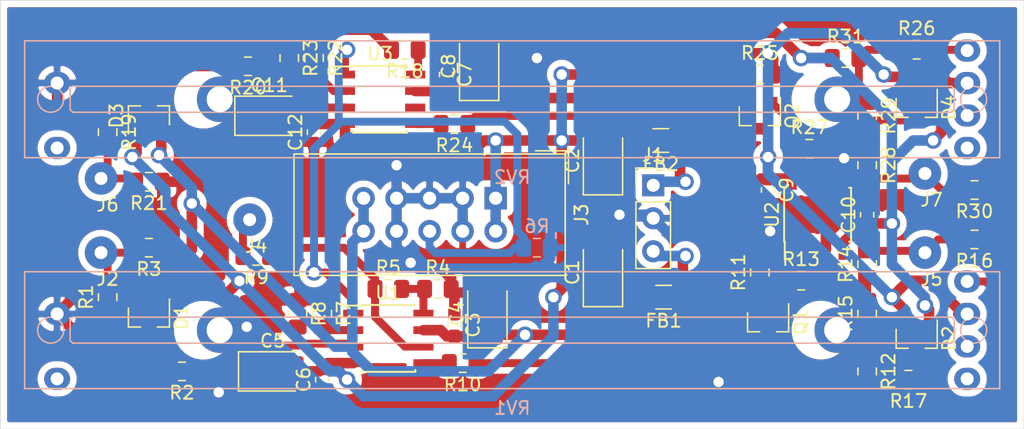
<source format=kicad_pcb>
(kicad_pcb (version 20171130) (host pcbnew 5.1.4-e60b266~84~ubuntu18.04.1)
  (layers (0 F.Cu signal) (31 B.Cu signal) (34 B.Paste user) (35 F.Paste user) (36 B.SilkS user hide) (37 F.SilkS user) (38 B.Mask user) (39 F.Mask user) (44 Edge.Cuts user))
  (net 0 "")
  (net 1 GND)
  (net 2 +5V)
  (net 3 -5V)
  (net 4 "Net-(D1-Pad3)")
  (net 5 "Net-(D2-Pad3)")
  (net 6 "Net-(D3-Pad3)")
  (net 7 "Net-(D4-Pad3)")
  (net 8 "Net-(FB1-Pad1)")
  (net 9 "Net-(FB2-Pad1)")
  (net 10 "Net-(J2-Pad1)")
  (net 11 "Net-(J4-Pad1)")
  (net 12 "Net-(J5-Pad1)")
  (net 13 "Net-(J6-Pad1)")
  (net 14 "Net-(J7-Pad1)")
  (net 15 "Net-(Q1-PadB)")
  (net 16 "Net-(Q1-PadE)")
  (net 17 "Net-(Q1-PadC)")
  (net 18 "Net-(Q2-PadB)")
  (net 19 "Net-(Q2-PadE)")
  (net 20 "Net-(Q2-PadC)")
  (net 21 "Net-(R2-Pad1)")
  (net 22 "Net-(R4-Pad1)")
  (net 23 "Net-(R5-Pad1)")
  (net 24 "Net-(R7-Pad2)")
  (net 25 "Net-(R10-Pad2)")
  (net 26 "Net-(R12-Pad2)")
  (net 27 "Net-(R12-Pad1)")
  (net 28 "Net-(R18-Pad1)")
  (net 29 "Net-(R20-Pad1)")
  (net 30 "Net-(R22-Pad2)")
  (net 31 "Net-(R24-Pad2)")
  (net 32 "Net-(R26-Pad2)")
  (net 33 "Net-(R26-Pad1)")
  (net 34 "Net-(U3-Pad6)")
  (net 35 "Net-(J3-Pad6)")
  (module synkie_footprints:Potentiometer_Alps_RS6011xP_Slide (layer B.Cu) (at 64.77 31.75 180)
    (fp_text reference RV2 (at 0 -6) (layer B.SilkS) (effects (justify mirror)))
    (fp_text value 10k)
    (pad 5 thru_hole circle (at 22.5 0 180) (size 3.5 3.5) (drill 2) (layers *.Cu *.Mask))
    (pad 4 thru_hole circle (at -25 0 180) (size 3.5 3.5) (drill 2) (layers *.Cu *.Mask))
    (pad 3B thru_hole oval (at 35 -3.75 180) (size 2 1.7) (drill 1) (layers *.Cu *.Mask))
    (pad 3 thru_hole oval (at 35 1.25 180) (size 2 1.7) (drill 1) (layers *.Cu *.Mask) (net 1 GND))
    (pad 1B thru_hole oval (at -35 -3.75 180) (size 2 1.7) (drill 1) (layers *.Cu *.Mask))
    (pad 2B thru_hole oval (at -35 -1.25 180) (size 2 1.7) (drill 1) (layers *.Cu *.Mask))
    (pad 1 thru_hole oval (at -35 1.25 180) (size 2 1.7) (drill 1) (layers *.Cu *.Mask) (net 2 +5V))
    (pad 2 thru_hole oval (at -35 3.75 180) (size 2 1.7) (drill 1) (layers *.Cu *.Mask) (net 32 "Net-(R26-Pad2)"))
  )
  (module synkie_footprints:Potentiometer_Alps_RS6011xP_Slide (layer B.Cu) (at 64.77 49.53 180)
    (fp_text reference RV1 (at 0 -6) (layer B.SilkS) (effects (justify mirror)))
    (fp_text value 10k)
    (pad 5 thru_hole circle (at 22.5 0 180) (size 3.5 3.5) (drill 2) (layers *.Cu *.Mask))
    (pad 4 thru_hole circle (at -25 0 180) (size 3.5 3.5) (drill 2) (layers *.Cu *.Mask))
    (pad 3B thru_hole oval (at 35 -3.75 180) (size 2 1.7) (drill 1) (layers *.Cu *.Mask))
    (pad 3 thru_hole oval (at 35 1.25 180) (size 2 1.7) (drill 1) (layers *.Cu *.Mask) (net 1 GND))
    (pad 1B thru_hole oval (at -35 -3.75 180) (size 2 1.7) (drill 1) (layers *.Cu *.Mask))
    (pad 2B thru_hole oval (at -35 -1.25 180) (size 2 1.7) (drill 1) (layers *.Cu *.Mask))
    (pad 1 thru_hole oval (at -35 1.25 180) (size 2 1.7) (drill 1) (layers *.Cu *.Mask) (net 2 +5V))
    (pad 2 thru_hole oval (at -35 3.75 180) (size 2 1.7) (drill 1) (layers *.Cu *.Mask) (net 26 "Net-(R12-Pad2)"))
  )
  (module synkie_footprints:IDC-Header_2x05_P2.54mm_Vertical (layer F.Cu) (at 63.5 39.37 270)
    (fp_text reference J3 (at 1.27 -6.604 90) (layer F.SilkS))
    (fp_text value Conn_01x10)
    (pad 1 thru_hole rect (at 0 0 270) (size 1.7272 1.7272) (drill 1.016) (layers *.Cu *.Mask) (net 3 -5V))
    (pad 2 thru_hole oval (at 2.54 0 270) (size 1.7272 1.7272) (drill 1.016) (layers *.Cu *.Mask) (net 3 -5V))
    (pad 3 thru_hole oval (at 0 2.54 270) (size 1.7272 1.7272) (drill 1.016) (layers *.Cu *.Mask) (net 1 GND))
    (pad 4 thru_hole oval (at 2.54 2.54 270) (size 1.7272 1.7272) (drill 1.016) (layers *.Cu *.Mask) (net 1 GND))
    (pad 5 thru_hole oval (at 0 5.08 270) (size 1.7272 1.7272) (drill 1.016) (layers *.Cu *.Mask) (net 1 GND))
    (pad 6 thru_hole oval (at 2.54 5.08 270) (size 1.7272 1.7272) (drill 1.016) (layers *.Cu *.Mask) (net 35 "Net-(J3-Pad6)"))
    (pad 7 thru_hole oval (at 0 7.62 270) (size 1.7272 1.7272) (drill 1.016) (layers *.Cu *.Mask) (net 1 GND))
    (pad 8 thru_hole oval (at 2.54 7.62 270) (size 1.7272 1.7272) (drill 1.016) (layers *.Cu *.Mask) (net 1 GND))
    (pad 9 thru_hole oval (at 0 10.16 270) (size 1.7272 1.7272) (drill 1.016) (layers *.Cu *.Mask) (net 2 +5V))
    (pad 10 thru_hole oval (at 2.54 10.16 270) (size 1.7272 1.7272) (drill 1.016) (layers *.Cu *.Mask) (net 2 +5V))
  )
  (module synkie_footprints:SOIC-8_3.9x4.9mm_P1.27mm (layer F.Cu) (at 54.61 31.75)
    (fp_text reference U3 (at 0 -3.5) (layer F.SilkS))
    (fp_text value LT1228)
    (pad 8 smd rect (at 2.7 -1.905) (size 1.55 0.6) (layers F.Cu F.Paste F.Mask) (net 28 "Net-(R18-Pad1)"))
    (pad 7 smd rect (at 2.7 -0.635) (size 1.55 0.6) (layers F.Cu F.Paste F.Mask) (net 2 +5V))
    (pad 6 smd rect (at 2.7 0.635) (size 1.55 0.6) (layers F.Cu F.Paste F.Mask) (net 34 "Net-(U3-Pad6)"))
    (pad 5 smd rect (at 2.7 1.905) (size 1.55 0.6) (layers F.Cu F.Paste F.Mask) (net 31 "Net-(R24-Pad2)"))
    (pad 4 smd rect (at -2.7 1.905) (size 1.55 0.6) (layers F.Cu F.Paste F.Mask) (net 3 -5V))
    (pad 3 smd rect (at -2.7 0.635) (size 1.55 0.6) (layers F.Cu F.Paste F.Mask) (net 29 "Net-(R20-Pad1)"))
    (pad 2 smd rect (at -2.7 -0.635) (size 1.55 0.6) (layers F.Cu F.Paste F.Mask) (net 30 "Net-(R22-Pad2)"))
    (pad 1 smd rect (at -2.7 -1.905) (size 1.55 0.6) (layers F.Cu F.Paste F.Mask) (net 35 "Net-(J3-Pad6)"))
  )
  (module synkie_footprints:SOIC-8_3.9x4.9mm_P1.27mm (layer F.Cu) (at 88.265 40.64 90)
    (fp_text reference U2 (at 0 -3.5 90) (layer F.SilkS))
    (fp_text value LMH6643)
    (pad 8 smd rect (at 2.7 -1.905 90) (size 1.55 0.6) (layers F.Cu F.Paste F.Mask) (net 2 +5V))
    (pad 7 smd rect (at 2.7 -0.635 90) (size 1.55 0.6) (layers F.Cu F.Paste F.Mask) (net 18 "Net-(Q2-PadB)"))
    (pad 6 smd rect (at 2.7 0.635 90) (size 1.55 0.6) (layers F.Cu F.Paste F.Mask) (net 33 "Net-(R26-Pad1)"))
    (pad 5 smd rect (at 2.7 1.905 90) (size 1.55 0.6) (layers F.Cu F.Paste F.Mask) (net 1 GND))
    (pad 4 smd rect (at -2.7 1.905 90) (size 1.55 0.6) (layers F.Cu F.Paste F.Mask) (net 3 -5V))
    (pad 3 smd rect (at -2.7 0.635 90) (size 1.55 0.6) (layers F.Cu F.Paste F.Mask) (net 1 GND))
    (pad 2 smd rect (at -2.7 -0.635 90) (size 1.55 0.6) (layers F.Cu F.Paste F.Mask) (net 27 "Net-(R12-Pad1)"))
    (pad 1 smd rect (at -2.7 -1.905 90) (size 1.55 0.6) (layers F.Cu F.Paste F.Mask) (net 15 "Net-(Q1-PadB)"))
  )
  (module synkie_footprints:SOIC-8_3.9x4.9mm_P1.27mm (layer F.Cu) (at 55.245 50.165)
    (fp_text reference U1 (at 0 -3.5) (layer F.SilkS))
    (fp_text value LT1228)
    (pad 8 smd rect (at 2.7 -1.905) (size 1.55 0.6) (layers F.Cu F.Paste F.Mask) (net 22 "Net-(R4-Pad1)"))
    (pad 7 smd rect (at 2.7 -0.635) (size 1.55 0.6) (layers F.Cu F.Paste F.Mask) (net 2 +5V))
    (pad 6 smd rect (at 2.7 0.635) (size 1.55 0.6) (layers F.Cu F.Paste F.Mask) (net 23 "Net-(R5-Pad1)"))
    (pad 5 smd rect (at 2.7 1.905) (size 1.55 0.6) (layers F.Cu F.Paste F.Mask) (net 25 "Net-(R10-Pad2)"))
    (pad 4 smd rect (at -2.7 1.905) (size 1.55 0.6) (layers F.Cu F.Paste F.Mask) (net 3 -5V))
    (pad 3 smd rect (at -2.7 0.635) (size 1.55 0.6) (layers F.Cu F.Paste F.Mask) (net 21 "Net-(R2-Pad1)"))
    (pad 2 smd rect (at -2.7 -0.635) (size 1.55 0.6) (layers F.Cu F.Paste F.Mask) (net 24 "Net-(R7-Pad2)"))
    (pad 1 smd rect (at -2.7 -1.905) (size 1.55 0.6) (layers F.Cu F.Paste F.Mask) (net 35 "Net-(J3-Pad6)"))
  )
  (module synkie_footprints:R_0805_2012Metric_Pad1.15x1.40mm_HandSolder (layer F.Cu) (at 90.415 28.575)
    (fp_text reference R31 (at 0 -1.65) (layer F.SilkS))
    (fp_text value 36k)
    (pad 2 smd roundrect (at 1.025 0) (size 1.15 1.4) (layers F.Cu F.Paste F.Mask) (roundrect_rratio 0.217391) (net 33 "Net-(R26-Pad1)"))
    (pad 1 smd roundrect (at -1.025 0) (size 1.15 1.4) (layers F.Cu F.Paste F.Mask) (roundrect_rratio 0.217391) (net 3 -5V))
  )
  (module synkie_footprints:R_0805_2012Metric_Pad1.15x1.40mm_HandSolder (layer F.Cu) (at 100.33 38.735 180)
    (fp_text reference R30 (at 0 -1.65) (layer F.SilkS))
    (fp_text value 4k7)
    (pad 2 smd roundrect (at 1.025 0 180) (size 1.15 1.4) (layers F.Cu F.Paste F.Mask) (roundrect_rratio 0.217391) (net 14 "Net-(J7-Pad1)"))
    (pad 1 smd roundrect (at -1.025 0 180) (size 1.15 1.4) (layers F.Cu F.Paste F.Mask) (roundrect_rratio 0.217391) (net 1 GND))
  )
  (module synkie_footprints:R_0805_2012Metric_Pad1.15x1.40mm_HandSolder (layer F.Cu) (at 92.075 33.02 270)
    (fp_text reference R29 (at 0 -1.65 90) (layer F.SilkS))
    (fp_text value 22k)
    (pad 2 smd roundrect (at 1.025 0 270) (size 1.15 1.4) (layers F.Cu F.Paste F.Mask) (roundrect_rratio 0.217391) (net 7 "Net-(D4-Pad3)"))
    (pad 1 smd roundrect (at -1.025 0 270) (size 1.15 1.4) (layers F.Cu F.Paste F.Mask) (roundrect_rratio 0.217391) (net 33 "Net-(R26-Pad1)"))
  )
  (module synkie_footprints:R_0805_2012Metric_Pad1.15x1.40mm_HandSolder (layer F.Cu) (at 92.075 36.83 270)
    (fp_text reference R28 (at 0 -1.65 90) (layer F.SilkS))
    (fp_text value 100)
    (pad 2 smd roundrect (at 1.025 0 270) (size 1.15 1.4) (layers F.Cu F.Paste F.Mask) (roundrect_rratio 0.217391) (net 14 "Net-(J7-Pad1)"))
    (pad 1 smd roundrect (at -1.025 0 270) (size 1.15 1.4) (layers F.Cu F.Paste F.Mask) (roundrect_rratio 0.217391) (net 7 "Net-(D4-Pad3)"))
  )
  (module synkie_footprints:R_0805_2012Metric_Pad1.15x1.40mm_HandSolder (layer F.Cu) (at 87.63 35.56)
    (fp_text reference R27 (at 0 -1.65) (layer F.SilkS))
    (fp_text value 33k)
    (pad 2 smd roundrect (at 1.025 0) (size 1.15 1.4) (layers F.Cu F.Paste F.Mask) (roundrect_rratio 0.217391) (net 33 "Net-(R26-Pad1)"))
    (pad 1 smd roundrect (at -1.025 0) (size 1.15 1.4) (layers F.Cu F.Paste F.Mask) (roundrect_rratio 0.217391) (net 18 "Net-(Q2-PadB)"))
  )
  (module synkie_footprints:R_0805_2012Metric_Pad1.15x1.40mm_HandSolder (layer F.Cu) (at 95.885 27.94)
    (fp_text reference R26 (at 0 -1.65) (layer F.SilkS))
    (fp_text value 100k)
    (pad 2 smd roundrect (at 1.025 0) (size 1.15 1.4) (layers F.Cu F.Paste F.Mask) (roundrect_rratio 0.217391) (net 32 "Net-(R26-Pad2)"))
    (pad 1 smd roundrect (at -1.025 0) (size 1.15 1.4) (layers F.Cu F.Paste F.Mask) (roundrect_rratio 0.217391) (net 33 "Net-(R26-Pad1)"))
  )
  (module synkie_footprints:R_0805_2012Metric_Pad1.15x1.40mm_HandSolder (layer F.Cu) (at 83.82 29.845)
    (fp_text reference R25 (at 0 -1.65) (layer F.SilkS))
    (fp_text value 5k)
    (pad 2 smd roundrect (at 1.025 0) (size 1.15 1.4) (layers F.Cu F.Paste F.Mask) (roundrect_rratio 0.217391) (net 2 +5V))
    (pad 1 smd roundrect (at -1.025 0) (size 1.15 1.4) (layers F.Cu F.Paste F.Mask) (roundrect_rratio 0.217391) (net 19 "Net-(Q2-PadE)"))
  )
  (module synkie_footprints:R_0805_2012Metric_Pad1.15x1.40mm_HandSolder (layer F.Cu) (at 60.325 33.655 180)
    (fp_text reference R24 (at 0 -1.65) (layer F.SilkS))
    (fp_text value 1k)
    (pad 2 smd roundrect (at 1.025 0 180) (size 1.15 1.4) (layers F.Cu F.Paste F.Mask) (roundrect_rratio 0.217391) (net 31 "Net-(R24-Pad2)"))
    (pad 1 smd roundrect (at -1.025 0 180) (size 1.15 1.4) (layers F.Cu F.Paste F.Mask) (roundrect_rratio 0.217391) (net 20 "Net-(Q2-PadC)"))
  )
  (module synkie_footprints:R_0805_2012Metric_Pad1.15x1.40mm_HandSolder (layer F.Cu) (at 47.625 28.575 270)
    (fp_text reference R23 (at 0 -1.65 90) (layer F.SilkS))
    (fp_text value 100)
    (pad 2 smd roundrect (at 1.025 0 270) (size 1.15 1.4) (layers F.Cu F.Paste F.Mask) (roundrect_rratio 0.217391) (net 29 "Net-(R20-Pad1)"))
    (pad 1 smd roundrect (at -1.025 0 270) (size 1.15 1.4) (layers F.Cu F.Paste F.Mask) (roundrect_rratio 0.217391) (net 1 GND))
  )
  (module synkie_footprints:R_0805_2012Metric_Pad1.15x1.40mm_HandSolder (layer F.Cu) (at 49.53 28.575 270)
    (fp_text reference R22 (at 0 -1.65 90) (layer F.SilkS))
    (fp_text value 100)
    (pad 2 smd roundrect (at 1.025 0 270) (size 1.15 1.4) (layers F.Cu F.Paste F.Mask) (roundrect_rratio 0.217391) (net 30 "Net-(R22-Pad2)"))
    (pad 1 smd roundrect (at -1.025 0 270) (size 1.15 1.4) (layers F.Cu F.Paste F.Mask) (roundrect_rratio 0.217391) (net 1 GND))
  )
  (module synkie_footprints:R_0805_2012Metric_Pad1.15x1.40mm_HandSolder (layer F.Cu) (at 36.83 38.1 180)
    (fp_text reference R21 (at 0 -1.65) (layer F.SilkS))
    (fp_text value 47k)
    (pad 2 smd roundrect (at 1.025 0 180) (size 1.15 1.4) (layers F.Cu F.Paste F.Mask) (roundrect_rratio 0.217391) (net 13 "Net-(J6-Pad1)"))
    (pad 1 smd roundrect (at -1.025 0 180) (size 1.15 1.4) (layers F.Cu F.Paste F.Mask) (roundrect_rratio 0.217391) (net 1 GND))
  )
  (module synkie_footprints:R_0805_2012Metric_Pad1.15x1.40mm_HandSolder (layer F.Cu) (at 44.45 29.21 180)
    (fp_text reference R20 (at 0 -1.65) (layer F.SilkS))
    (fp_text value 1k)
    (pad 2 smd roundrect (at 1.025 0 180) (size 1.15 1.4) (layers F.Cu F.Paste F.Mask) (roundrect_rratio 0.217391) (net 6 "Net-(D3-Pad3)"))
    (pad 1 smd roundrect (at -1.025 0 180) (size 1.15 1.4) (layers F.Cu F.Paste F.Mask) (roundrect_rratio 0.217391) (net 29 "Net-(R20-Pad1)"))
  )
  (module synkie_footprints:R_0805_2012Metric_Pad1.15x1.40mm_HandSolder (layer F.Cu) (at 33.655 34.29 270)
    (fp_text reference R19 (at 0 -1.65 90) (layer F.SilkS))
    (fp_text value 100)
    (pad 2 smd roundrect (at 1.025 0 270) (size 1.15 1.4) (layers F.Cu F.Paste F.Mask) (roundrect_rratio 0.217391) (net 13 "Net-(J6-Pad1)"))
    (pad 1 smd roundrect (at -1.025 0 270) (size 1.15 1.4) (layers F.Cu F.Paste F.Mask) (roundrect_rratio 0.217391) (net 6 "Net-(D3-Pad3)"))
  )
  (module synkie_footprints:R_0805_2012Metric_Pad1.15x1.40mm_HandSolder (layer F.Cu) (at 56.515 27.94 180)
    (fp_text reference R18 (at 0 -1.65) (layer F.SilkS))
    (fp_text value 120)
    (pad 2 smd roundrect (at 1.025 0 180) (size 1.15 1.4) (layers F.Cu F.Paste F.Mask) (roundrect_rratio 0.217391) (net 1 GND))
    (pad 1 smd roundrect (at -1.025 0 180) (size 1.15 1.4) (layers F.Cu F.Paste F.Mask) (roundrect_rratio 0.217391) (net 28 "Net-(R18-Pad1)"))
  )
  (module synkie_footprints:R_0805_2012Metric_Pad1.15x1.40mm_HandSolder (layer F.Cu) (at 95.25 53.34 180)
    (fp_text reference R17 (at 0 -1.65) (layer F.SilkS))
    (fp_text value 36k)
    (pad 2 smd roundrect (at 1.025 0 180) (size 1.15 1.4) (layers F.Cu F.Paste F.Mask) (roundrect_rratio 0.217391) (net 27 "Net-(R12-Pad1)"))
    (pad 1 smd roundrect (at -1.025 0 180) (size 1.15 1.4) (layers F.Cu F.Paste F.Mask) (roundrect_rratio 0.217391) (net 3 -5V))
  )
  (module synkie_footprints:R_0805_2012Metric_Pad1.15x1.40mm_HandSolder (layer F.Cu) (at 100.33 42.545 180)
    (fp_text reference R16 (at 0 -1.65) (layer F.SilkS))
    (fp_text value 4k7)
    (pad 2 smd roundrect (at 1.025 0 180) (size 1.15 1.4) (layers F.Cu F.Paste F.Mask) (roundrect_rratio 0.217391) (net 12 "Net-(J5-Pad1)"))
    (pad 1 smd roundrect (at -1.025 0 180) (size 1.15 1.4) (layers F.Cu F.Paste F.Mask) (roundrect_rratio 0.217391) (net 1 GND))
  )
  (module synkie_footprints:R_0805_2012Metric_Pad1.15x1.40mm_HandSolder (layer F.Cu) (at 92.075 48.26 90)
    (fp_text reference R15 (at 0 -1.65 90) (layer F.SilkS))
    (fp_text value 22k)
    (pad 2 smd roundrect (at 1.025 0 90) (size 1.15 1.4) (layers F.Cu F.Paste F.Mask) (roundrect_rratio 0.217391) (net 5 "Net-(D2-Pad3)"))
    (pad 1 smd roundrect (at -1.025 0 90) (size 1.15 1.4) (layers F.Cu F.Paste F.Mask) (roundrect_rratio 0.217391) (net 27 "Net-(R12-Pad1)"))
  )
  (module synkie_footprints:R_0805_2012Metric_Pad1.15x1.40mm_HandSolder (layer F.Cu) (at 92.075 44.45 90)
    (fp_text reference R14 (at 0 -1.65 90) (layer F.SilkS))
    (fp_text value 100)
    (pad 2 smd roundrect (at 1.025 0 90) (size 1.15 1.4) (layers F.Cu F.Paste F.Mask) (roundrect_rratio 0.217391) (net 12 "Net-(J5-Pad1)"))
    (pad 1 smd roundrect (at -1.025 0 90) (size 1.15 1.4) (layers F.Cu F.Paste F.Mask) (roundrect_rratio 0.217391) (net 5 "Net-(D2-Pad3)"))
  )
  (module synkie_footprints:R_0805_2012Metric_Pad1.15x1.40mm_HandSolder (layer F.Cu) (at 86.995 45.72)
    (fp_text reference R13 (at 0 -1.65) (layer F.SilkS))
    (fp_text value 33k)
    (pad 2 smd roundrect (at 1.025 0) (size 1.15 1.4) (layers F.Cu F.Paste F.Mask) (roundrect_rratio 0.217391) (net 27 "Net-(R12-Pad1)"))
    (pad 1 smd roundrect (at -1.025 0) (size 1.15 1.4) (layers F.Cu F.Paste F.Mask) (roundrect_rratio 0.217391) (net 15 "Net-(Q1-PadB)"))
  )
  (module synkie_footprints:R_0805_2012Metric_Pad1.15x1.40mm_HandSolder (layer F.Cu) (at 92.075 52.705 270)
    (fp_text reference R12 (at 0 -1.65 90) (layer F.SilkS))
    (fp_text value 100k)
    (pad 2 smd roundrect (at 1.025 0 270) (size 1.15 1.4) (layers F.Cu F.Paste F.Mask) (roundrect_rratio 0.217391) (net 26 "Net-(R12-Pad2)"))
    (pad 1 smd roundrect (at -1.025 0 270) (size 1.15 1.4) (layers F.Cu F.Paste F.Mask) (roundrect_rratio 0.217391) (net 27 "Net-(R12-Pad1)"))
  )
  (module synkie_footprints:R_0805_2012Metric_Pad1.15x1.40mm_HandSolder (layer F.Cu) (at 83.82 45.085 90)
    (fp_text reference R11 (at 0 -1.65 90) (layer F.SilkS))
    (fp_text value 5k)
    (pad 2 smd roundrect (at 1.025 0 90) (size 1.15 1.4) (layers F.Cu F.Paste F.Mask) (roundrect_rratio 0.217391) (net 2 +5V))
    (pad 1 smd roundrect (at -1.025 0 90) (size 1.15 1.4) (layers F.Cu F.Paste F.Mask) (roundrect_rratio 0.217391) (net 16 "Net-(Q1-PadE)"))
  )
  (module synkie_footprints:R_0805_2012Metric_Pad1.15x1.40mm_HandSolder (layer F.Cu) (at 60.96 52.07 180)
    (fp_text reference R10 (at 0 -1.65) (layer F.SilkS))
    (fp_text value 1k)
    (pad 2 smd roundrect (at 1.025 0 180) (size 1.15 1.4) (layers F.Cu F.Paste F.Mask) (roundrect_rratio 0.217391) (net 25 "Net-(R10-Pad2)"))
    (pad 1 smd roundrect (at -1.025 0 180) (size 1.15 1.4) (layers F.Cu F.Paste F.Mask) (roundrect_rratio 0.217391) (net 17 "Net-(Q1-PadC)"))
  )
  (module synkie_footprints:R_0805_2012Metric_Pad1.15x1.40mm_HandSolder (layer F.Cu) (at 45.085 43.815 180)
    (fp_text reference R9 (at 0 -1.65) (layer F.SilkS))
    (fp_text value 75)
    (pad 2 smd roundrect (at 1.025 0 180) (size 1.15 1.4) (layers F.Cu F.Paste F.Mask) (roundrect_rratio 0.217391) (net 11 "Net-(J4-Pad1)"))
    (pad 1 smd roundrect (at -1.025 0 180) (size 1.15 1.4) (layers F.Cu F.Paste F.Mask) (roundrect_rratio 0.217391) (net 23 "Net-(R5-Pad1)"))
  )
  (module synkie_footprints:R_0805_2012Metric_Pad1.15x1.40mm_HandSolder (layer F.Cu) (at 48.26 48.26 270)
    (fp_text reference R8 (at 0 -1.65 90) (layer F.SilkS))
    (fp_text value 100)
    (pad 2 smd roundrect (at 1.025 0 270) (size 1.15 1.4) (layers F.Cu F.Paste F.Mask) (roundrect_rratio 0.217391) (net 21 "Net-(R2-Pad1)"))
    (pad 1 smd roundrect (at -1.025 0 270) (size 1.15 1.4) (layers F.Cu F.Paste F.Mask) (roundrect_rratio 0.217391) (net 1 GND))
  )
  (module synkie_footprints:R_0805_2012Metric_Pad1.15x1.40mm_HandSolder (layer F.Cu) (at 50.165 48.26 270)
    (fp_text reference R7 (at 0 -1.65 90) (layer F.SilkS))
    (fp_text value 100)
    (pad 2 smd roundrect (at 1.025 0 270) (size 1.15 1.4) (layers F.Cu F.Paste F.Mask) (roundrect_rratio 0.217391) (net 24 "Net-(R7-Pad2)"))
    (pad 1 smd roundrect (at -1.025 0 270) (size 1.15 1.4) (layers F.Cu F.Paste F.Mask) (roundrect_rratio 0.217391) (net 1 GND))
  )
  (module synkie_footprints:R_0805_2012Metric_Pad1.15x1.40mm_HandSolder (layer B.Cu) (at 66.675 43.18 180)
    (fp_text reference R6 (at 0 1.65) (layer B.SilkS) (effects (justify mirror)))
    (fp_text value 500)
    (pad 2 smd roundrect (at 1.025 0 180) (size 1.15 1.4) (layers B.Cu B.Paste B.Mask) (roundrect_rratio 0.217391) (net 35 "Net-(J3-Pad6)"))
    (pad 1 smd roundrect (at -1.025 0 180) (size 1.15 1.4) (layers B.Cu B.Paste B.Mask) (roundrect_rratio 0.217391) (net 1 GND))
  )
  (module synkie_footprints:R_0805_2012Metric_Pad1.15x1.40mm_HandSolder (layer F.Cu) (at 55.245 46.355)
    (fp_text reference R5 (at 0 -1.65) (layer F.SilkS))
    (fp_text value 1k)
    (pad 2 smd roundrect (at 1.025 0) (size 1.15 1.4) (layers F.Cu F.Paste F.Mask) (roundrect_rratio 0.217391) (net 22 "Net-(R4-Pad1)"))
    (pad 1 smd roundrect (at -1.025 0) (size 1.15 1.4) (layers F.Cu F.Paste F.Mask) (roundrect_rratio 0.217391) (net 23 "Net-(R5-Pad1)"))
  )
  (module synkie_footprints:R_0805_2012Metric_Pad1.15x1.40mm_HandSolder (layer F.Cu) (at 59.055 46.355)
    (fp_text reference R4 (at 0 -1.65) (layer F.SilkS))
    (fp_text value 120)
    (pad 2 smd roundrect (at 1.025 0) (size 1.15 1.4) (layers F.Cu F.Paste F.Mask) (roundrect_rratio 0.217391) (net 1 GND))
    (pad 1 smd roundrect (at -1.025 0) (size 1.15 1.4) (layers F.Cu F.Paste F.Mask) (roundrect_rratio 0.217391) (net 22 "Net-(R4-Pad1)"))
  )
  (module synkie_footprints:R_0805_2012Metric_Pad1.15x1.40mm_HandSolder (layer F.Cu) (at 36.83 43.18 180)
    (fp_text reference R3 (at 0 -1.65) (layer F.SilkS))
    (fp_text value 47k)
    (pad 2 smd roundrect (at 1.025 0 180) (size 1.15 1.4) (layers F.Cu F.Paste F.Mask) (roundrect_rratio 0.217391) (net 10 "Net-(J2-Pad1)"))
    (pad 1 smd roundrect (at -1.025 0 180) (size 1.15 1.4) (layers F.Cu F.Paste F.Mask) (roundrect_rratio 0.217391) (net 1 GND))
  )
  (module synkie_footprints:R_0805_2012Metric_Pad1.15x1.40mm_HandSolder (layer F.Cu) (at 39.37 52.705 180)
    (fp_text reference R2 (at 0 -1.65) (layer F.SilkS))
    (fp_text value 1k)
    (pad 2 smd roundrect (at 1.025 0 180) (size 1.15 1.4) (layers F.Cu F.Paste F.Mask) (roundrect_rratio 0.217391) (net 4 "Net-(D1-Pad3)"))
    (pad 1 smd roundrect (at -1.025 0 180) (size 1.15 1.4) (layers F.Cu F.Paste F.Mask) (roundrect_rratio 0.217391) (net 21 "Net-(R2-Pad1)"))
  )
  (module synkie_footprints:R_0805_2012Metric_Pad1.15x1.40mm_HandSolder (layer F.Cu) (at 33.655 46.99 90)
    (fp_text reference R1 (at 0 -1.65 90) (layer F.SilkS))
    (fp_text value 100)
    (pad 2 smd roundrect (at 1.025 0 90) (size 1.15 1.4) (layers F.Cu F.Paste F.Mask) (roundrect_rratio 0.217391) (net 10 "Net-(J2-Pad1)"))
    (pad 1 smd roundrect (at -1.025 0 90) (size 1.15 1.4) (layers F.Cu F.Paste F.Mask) (roundrect_rratio 0.217391) (net 4 "Net-(D1-Pad3)"))
  )
  (module synkie_footprints:SOT-23_BEC (layer F.Cu) (at 83.82 33.02 270)
    (fp_text reference Q2 (at 0 -2.5 90) (layer F.SilkS))
    (fp_text value PNP)
    (pad B smd rect (at -1 -0.95 270) (size 0.9 0.8) (layers F.Cu F.Paste F.Mask) (net 18 "Net-(Q2-PadB)"))
    (pad E smd rect (at -1 0.95 270) (size 0.9 0.8) (layers F.Cu F.Paste F.Mask) (net 19 "Net-(Q2-PadE)"))
    (pad C smd rect (at 1 0 270) (size 0.9 0.8) (layers F.Cu F.Paste F.Mask) (net 20 "Net-(Q2-PadC)"))
  )
  (module synkie_footprints:SOT-23_BEC (layer F.Cu) (at 84.455 48.895 270)
    (fp_text reference Q1 (at 0 -2.5 90) (layer F.SilkS))
    (fp_text value PNP)
    (pad B smd rect (at -1 -0.95 270) (size 0.9 0.8) (layers F.Cu F.Paste F.Mask) (net 15 "Net-(Q1-PadB)"))
    (pad E smd rect (at -1 0.95 270) (size 0.9 0.8) (layers F.Cu F.Paste F.Mask) (net 16 "Net-(Q1-PadE)"))
    (pad C smd rect (at 1 0 270) (size 0.9 0.8) (layers F.Cu F.Paste F.Mask) (net 17 "Net-(Q1-PadC)"))
  )
  (module synkie_footprints:Solderpad_1mm (layer F.Cu) (at 97.028 37.719)
    (fp_text reference J7 (at 0 1.778) (layer F.SilkS))
    (fp_text value CV_2)
    (pad 1 thru_hole circle (at -0.508 -0.254) (size 2.5 2.5) (drill 1) (layers *.Cu *.Mask) (net 14 "Net-(J7-Pad1)"))
  )
  (module synkie_footprints:Solderpad_1mm (layer F.Cu) (at 33.655 38.1)
    (fp_text reference J6 (at 0 1.778) (layer F.SilkS))
    (fp_text value In_2)
    (pad 1 thru_hole circle (at -0.508 -0.254) (size 2.5 2.5) (drill 1) (layers *.Cu *.Mask) (net 13 "Net-(J6-Pad1)"))
  )
  (module synkie_footprints:Solderpad_1mm (layer F.Cu) (at 97.028 43.815)
    (fp_text reference J5 (at 0 1.778) (layer F.SilkS))
    (fp_text value CV_1)
    (pad 1 thru_hole circle (at -0.508 -0.254) (size 2.5 2.5) (drill 1) (layers *.Cu *.Mask) (net 12 "Net-(J5-Pad1)"))
  )
  (module synkie_footprints:Solderpad_1mm (layer F.Cu) (at 45.085 41.275)
    (fp_text reference J4 (at 0 1.778) (layer F.SilkS))
    (fp_text value Out)
    (pad 1 thru_hole circle (at -0.508 -0.254) (size 2.5 2.5) (drill 1) (layers *.Cu *.Mask) (net 11 "Net-(J4-Pad1)"))
  )
  (module synkie_footprints:Solderpad_1mm (layer F.Cu) (at 33.655 43.815)
    (fp_text reference J2 (at 0 1.778) (layer F.SilkS))
    (fp_text value In_1)
    (pad 1 thru_hole circle (at -0.508 -0.254) (size 2.5 2.5) (drill 1) (layers *.Cu *.Mask) (net 10 "Net-(J2-Pad1)"))
  )
  (module synkie_footprints:PinHeader_1x03_P2.54mm_Vertical (layer F.Cu) (at 75.62 38.375)
    (fp_text reference J1 (at 0 -2.33) (layer F.SilkS))
    (fp_text value Power)
    (pad 3 thru_hole oval (at 0 5.08) (size 1.7 1.7) (drill 1) (layers *.Cu *.Mask) (net 8 "Net-(FB1-Pad1)"))
    (pad 2 thru_hole oval (at 0 2.54) (size 1.7 1.7) (drill 1) (layers *.Cu *.Mask) (net 1 GND))
    (pad 1 thru_hole rect (at 0 0) (size 1.7 1.7) (drill 1) (layers *.Cu *.Mask) (net 9 "Net-(FB2-Pad1)"))
  )
  (module synkie_footprints:L_1206_3216Metric_Pad1.42x1.75mm_HandSolder (layer F.Cu) (at 76.2 34.925 180)
    (fp_text reference FB2 (at 0 -1.82) (layer F.SilkS))
    (fp_text value 330u)
    (pad 2 smd roundrect (at 1.4875 0 180) (size 1.425 1.75) (layers F.Cu F.Paste F.Mask) (roundrect_rratio 0.175439) (net 3 -5V))
    (pad 1 smd roundrect (at -1.4875 0 180) (size 1.425 1.75) (layers F.Cu F.Paste F.Mask) (roundrect_rratio 0.175439) (net 9 "Net-(FB2-Pad1)"))
  )
  (module synkie_footprints:L_1206_3216Metric_Pad1.42x1.75mm_HandSolder (layer F.Cu) (at 76.4175 46.99 180)
    (fp_text reference FB1 (at 0 -1.82) (layer F.SilkS))
    (fp_text value 330u)
    (pad 2 smd roundrect (at 1.4875 0 180) (size 1.425 1.75) (layers F.Cu F.Paste F.Mask) (roundrect_rratio 0.175439) (net 2 +5V))
    (pad 1 smd roundrect (at -1.4875 0 180) (size 1.425 1.75) (layers F.Cu F.Paste F.Mask) (roundrect_rratio 0.175439) (net 8 "Net-(FB1-Pad1)"))
  )
  (module synkie_footprints:SOT-23 (layer F.Cu) (at 95.885 32.385 270)
    (fp_text reference D4 (at 0 -2.5 90) (layer F.SilkS))
    (fp_text value BAT54S)
    (pad 3 smd rect (at 1 0 270) (size 0.9 0.8) (layers F.Cu F.Paste F.Mask) (net 7 "Net-(D4-Pad3)"))
    (pad 2 smd rect (at -1 0.95 270) (size 0.9 0.8) (layers F.Cu F.Paste F.Mask) (net 2 +5V))
    (pad 1 smd rect (at -1 -0.95 270) (size 0.9 0.8) (layers F.Cu F.Paste F.Mask) (net 3 -5V))
  )
  (module synkie_footprints:SOT-23 (layer F.Cu) (at 36.83 33.02 90)
    (fp_text reference D3 (at 0 -2.5 90) (layer F.SilkS))
    (fp_text value BAT54S)
    (pad 3 smd rect (at 1 0 90) (size 0.9 0.8) (layers F.Cu F.Paste F.Mask) (net 6 "Net-(D3-Pad3)"))
    (pad 2 smd rect (at -1 0.95 90) (size 0.9 0.8) (layers F.Cu F.Paste F.Mask) (net 2 +5V))
    (pad 1 smd rect (at -1 -0.95 90) (size 0.9 0.8) (layers F.Cu F.Paste F.Mask) (net 3 -5V))
  )
  (module synkie_footprints:SOT-23 (layer F.Cu) (at 95.885 50.165 270)
    (fp_text reference D2 (at 0 -2.5 90) (layer F.SilkS))
    (fp_text value BAT54S)
    (pad 3 smd rect (at 1 0 270) (size 0.9 0.8) (layers F.Cu F.Paste F.Mask) (net 5 "Net-(D2-Pad3)"))
    (pad 2 smd rect (at -1 0.95 270) (size 0.9 0.8) (layers F.Cu F.Paste F.Mask) (net 2 +5V))
    (pad 1 smd rect (at -1 -0.95 270) (size 0.9 0.8) (layers F.Cu F.Paste F.Mask) (net 3 -5V))
  )
  (module synkie_footprints:SOT-23 (layer F.Cu) (at 36.83 48.53 270)
    (fp_text reference D1 (at 0 -2.5 90) (layer F.SilkS))
    (fp_text value BAT54S)
    (pad 3 smd rect (at 1 0 270) (size 0.9 0.8) (layers F.Cu F.Paste F.Mask) (net 4 "Net-(D1-Pad3)"))
    (pad 2 smd rect (at -1 0.95 270) (size 0.9 0.8) (layers F.Cu F.Paste F.Mask) (net 2 +5V))
    (pad 1 smd rect (at -1 -0.95 270) (size 0.9 0.8) (layers F.Cu F.Paste F.Mask) (net 3 -5V))
  )
  (module synkie_footprints:C_0603_1608Metric_Pad1.05x0.95mm_HandSolder (layer F.Cu) (at 49.53 34.29 90)
    (fp_text reference C12 (at 0 -1.43 90) (layer F.SilkS))
    (fp_text value 100n)
    (pad 2 smd roundrect (at 0.875 0 90) (size 1.05 0.95) (layers F.Cu F.Paste F.Mask) (net 3 -5V))
    (pad 1 smd roundrect (at -0.875 0 90) (size 1.05 0.95) (layers F.Cu F.Paste F.Mask) (net 1 GND))
  )
  (module synkie_footprints:CP_EIA-3528-21_Kemet-B_Pad1.50x2.35mm_HandSolder (layer F.Cu) (at 46.075 33.02)
    (fp_text reference C11 (at 0 -2.35) (layer F.SilkS))
    (fp_text value 4u7)
    (pad 2 smd roundrect (at 1.625 0) (size 1.5 2.35) (layers F.Cu F.Paste F.Mask) (roundrect_rratio 0.166667) (net 3 -5V))
    (pad 1 smd roundrect (at -1.625 0) (size 1.5 2.35) (layers F.Cu F.Paste F.Mask) (roundrect_rratio 0.166667) (net 1 GND))
  )
  (module synkie_footprints:C_0603_1608Metric_Pad1.05x0.95mm_HandSolder (layer F.Cu) (at 92.075 40.64 90)
    (fp_text reference C10 (at 0 -1.43 90) (layer F.SilkS))
    (fp_text value 100n)
    (pad 2 smd roundrect (at 0.875 0 90) (size 1.05 0.95) (layers F.Cu F.Paste F.Mask) (net 1 GND))
    (pad 1 smd roundrect (at -0.875 0 90) (size 1.05 0.95) (layers F.Cu F.Paste F.Mask) (net 3 -5V))
  )
  (module synkie_footprints:C_0603_1608Metric_Pad1.05x0.95mm_HandSolder (layer F.Cu) (at 84.455 38.735 270)
    (fp_text reference C9 (at 0 -1.43 90) (layer F.SilkS))
    (fp_text value 100n)
    (pad 2 smd roundrect (at 0.875 0 270) (size 1.05 0.95) (layers F.Cu F.Paste F.Mask) (net 1 GND))
    (pad 1 smd roundrect (at -0.875 0 270) (size 1.05 0.95) (layers F.Cu F.Paste F.Mask) (net 2 +5V))
  )
  (module synkie_footprints:CP_EIA-3528-21_Kemet-B_Pad1.50x2.35mm_HandSolder (layer F.Cu) (at 62.23 29.21 90)
    (fp_text reference C8 (at 0 -2.35 90) (layer F.SilkS))
    (fp_text value 4u7)
    (pad 2 smd roundrect (at 1.625 0 90) (size 1.5 2.35) (layers F.Cu F.Paste F.Mask) (roundrect_rratio 0.166667) (net 1 GND))
    (pad 1 smd roundrect (at -1.625 0 90) (size 1.5 2.35) (layers F.Cu F.Paste F.Mask) (roundrect_rratio 0.166667) (net 2 +5V))
  )
  (module synkie_footprints:C_0603_1608Metric_Pad1.05x0.95mm_HandSolder (layer F.Cu) (at 59.69 29.845 270)
    (fp_text reference C7 (at 0 -1.43 90) (layer F.SilkS))
    (fp_text value 100n)
    (pad 2 smd roundrect (at 0.875 0 270) (size 1.05 0.95) (layers F.Cu F.Paste F.Mask) (net 2 +5V))
    (pad 1 smd roundrect (at -0.875 0 270) (size 1.05 0.95) (layers F.Cu F.Paste F.Mask) (net 1 GND))
  )
  (module synkie_footprints:C_0603_1608Metric_Pad1.05x0.95mm_HandSolder (layer F.Cu) (at 50.165 53.34 90)
    (fp_text reference C6 (at 0 -1.43 90) (layer F.SilkS))
    (fp_text value 100n)
    (pad 2 smd roundrect (at 0.875 0 90) (size 1.05 0.95) (layers F.Cu F.Paste F.Mask) (net 3 -5V))
    (pad 1 smd roundrect (at -0.875 0 90) (size 1.05 0.95) (layers F.Cu F.Paste F.Mask) (net 1 GND))
  )
  (module synkie_footprints:CP_EIA-3528-21_Kemet-B_Pad1.50x2.35mm_HandSolder (layer F.Cu) (at 46.355 52.705)
    (fp_text reference C5 (at 0 -2.35) (layer F.SilkS))
    (fp_text value 4u7)
    (pad 2 smd roundrect (at 1.625 0) (size 1.5 2.35) (layers F.Cu F.Paste F.Mask) (roundrect_rratio 0.166667) (net 3 -5V))
    (pad 1 smd roundrect (at -1.625 0) (size 1.5 2.35) (layers F.Cu F.Paste F.Mask) (roundrect_rratio 0.166667) (net 1 GND))
  )
  (module synkie_footprints:CP_EIA-3528-21_Kemet-B_Pad1.50x2.35mm_HandSolder (layer F.Cu) (at 62.865 48.26 90)
    (fp_text reference C4 (at 0 -2.35 90) (layer F.SilkS))
    (fp_text value 4u7)
    (pad 2 smd roundrect (at 1.625 0 90) (size 1.5 2.35) (layers F.Cu F.Paste F.Mask) (roundrect_rratio 0.166667) (net 1 GND))
    (pad 1 smd roundrect (at -1.625 0 90) (size 1.5 2.35) (layers F.Cu F.Paste F.Mask) (roundrect_rratio 0.166667) (net 2 +5V))
  )
  (module synkie_footprints:C_0603_1608Metric_Pad1.05x0.95mm_HandSolder (layer F.Cu) (at 60.325 49.135 270)
    (fp_text reference C3 (at 0 -1.43 90) (layer F.SilkS))
    (fp_text value 100n)
    (pad 2 smd roundrect (at 0.875 0 270) (size 1.05 0.95) (layers F.Cu F.Paste F.Mask) (net 2 +5V))
    (pad 1 smd roundrect (at -0.875 0 270) (size 1.05 0.95) (layers F.Cu F.Paste F.Mask) (net 1 GND))
  )
  (module synkie_footprints:CP_EIA-3528-21_Kemet-B_Pad1.50x2.35mm_HandSolder (layer F.Cu) (at 71.755 36.475 90)
    (fp_text reference C2 (at 0 -2.35 90) (layer F.SilkS))
    (fp_text value 10u)
    (pad 2 smd roundrect (at 1.625 0 90) (size 1.5 2.35) (layers F.Cu F.Paste F.Mask) (roundrect_rratio 0.166667) (net 3 -5V))
    (pad 1 smd roundrect (at -1.625 0 90) (size 1.5 2.35) (layers F.Cu F.Paste F.Mask) (roundrect_rratio 0.166667) (net 1 GND))
  )
  (module synkie_footprints:CP_EIA-3528-21_Kemet-B_Pad1.50x2.35mm_HandSolder (layer F.Cu) (at 71.755 45.085 90)
    (fp_text reference C1 (at 0 -2.35 90) (layer F.SilkS))
    (fp_text value 10u)
    (pad 2 smd roundrect (at 1.625 0 90) (size 1.5 2.35) (layers F.Cu F.Paste F.Mask) (roundrect_rratio 0.166667) (net 1 GND))
    (pad 1 smd roundrect (at -1.625 0 90) (size 1.5 2.35) (layers F.Cu F.Paste F.Mask) (roundrect_rratio 0.166667) (net 2 +5V))
  )
  (gr_line (start 25.4 57.15) (end 25.4 24.13) (layer Edge.Cuts) (width 0.05))
  (gr_line (start 104.14 57.15) (end 25.4 57.15) (layer Edge.Cuts) (width 0.05))
  (gr_line (start 104.14 24.13) (end 104.14 57.15) (layer Edge.Cuts) (width 0.05))
  (gr_line (start 25.4 24.13) (end 104.14 24.13) (layer Edge.Cuts) (width 0.05))
  (segment (start 101.355 38.735) (end 101.355 40.395) (width 0.8128) (layer F.Cu) (net 1))
  (segment (start 101.355 40.395) (end 101.355 42.545) (width 0.8128) (layer F.Cu) (net 1))
  (segment (start 96.765 40.395) (end 101.355 40.395) (width 0.8128) (layer F.Cu) (net 1))
  (segment (start 92.075 39.765) (end 96.135 39.765) (width 0.8128) (layer F.Cu) (net 1))
  (segment (start 96.135 39.765) (end 96.765 40.395) (width 0.8128) (layer F.Cu) (net 1))
  (segment (start 90.17 39.5278) (end 90.17 37.94) (width 0.8128) (layer F.Cu) (net 1))
  (segment (start 88.9 41.7522) (end 90.17 40.4822) (width 0.8128) (layer F.Cu) (net 1))
  (segment (start 88.9 43.34) (end 88.9 41.7522) (width 0.8128) (layer F.Cu) (net 1))
  (segment (start 91.5 39.765) (end 91.2628 39.5278) (width 0.8128) (layer F.Cu) (net 1))
  (segment (start 91.2628 39.5278) (end 90.17 39.5278) (width 0.8128) (layer F.Cu) (net 1))
  (segment (start 92.075 39.765) (end 91.5 39.765) (width 0.8128) (layer F.Cu) (net 1))
  (segment (start 90.065928 40.109072) (end 90.17 40.005) (width 0.8128) (layer F.Cu) (net 1))
  (segment (start 84.954072 40.109072) (end 89.430928 40.109072) (width 0.8128) (layer F.Cu) (net 1))
  (segment (start 90.17 40.4822) (end 90.17 40.005) (width 0.8128) (layer F.Cu) (net 1))
  (segment (start 84.455 39.61) (end 84.954072 40.109072) (width 0.8128) (layer F.Cu) (net 1))
  (segment (start 90.17 40.005) (end 90.17 39.5278) (width 0.8128) (layer F.Cu) (net 1))
  (via (at 84.61499 41.91) (size 1.27) (drill 0.8) (layers F.Cu B.Cu) (net 1))
  (segment (start 84.455 39.61) (end 84.455 41.75001) (width 0.8128) (layer F.Cu) (net 1))
  (segment (start 84.455 41.75001) (end 84.61499 41.91) (width 0.8128) (layer F.Cu) (net 1))
  (segment (start 71.755 40.64) (end 73.025 40.64) (width 0.8128) (layer F.Cu) (net 1))
  (via (at 73.025 40.64) (size 1.27) (drill 0.8) (layers F.Cu B.Cu) (net 1))
  (segment (start 71.755 40.64) (end 71.755 43.46) (width 0.8128) (layer F.Cu) (net 1))
  (segment (start 71.755 38.1) (end 71.755 40.64) (width 0.8128) (layer F.Cu) (net 1))
  (segment (start 75.345 40.64) (end 75.62 40.915) (width 0.8128) (layer B.Cu) (net 1))
  (segment (start 73.025 40.64) (end 75.345 40.64) (width 0.8128) (layer B.Cu) (net 1))
  (segment (start 76.615 41.91) (end 75.62 40.915) (width 0.8128) (layer B.Cu) (net 1))
  (segment (start 60.96 39.37) (end 60.96 41.91) (width 0.8128) (layer B.Cu) (net 1))
  (segment (start 55.88 39.37) (end 55.88 41.91) (width 0.8128) (layer B.Cu) (net 1))
  (segment (start 55.88 39.37) (end 58.42 39.37) (width 0.8128) (layer B.Cu) (net 1))
  (segment (start 60.96 39.37) (end 58.42 39.37) (width 0.8128) (layer B.Cu) (net 1))
  (segment (start 61.075 27.585) (end 59.69 28.97) (width 0.8128) (layer F.Cu) (net 1))
  (segment (start 47.625 27.55) (end 49.53 27.55) (width 0.8128) (layer F.Cu) (net 1))
  (segment (start 57.554297 44.805611) (end 66.874389 44.805611) (width 0.8128) (layer B.Cu) (net 1))
  (segment (start 55.88 43.131314) (end 57.554297 44.805611) (width 0.8128) (layer B.Cu) (net 1))
  (segment (start 55.88 41.91) (end 55.88 43.131314) (width 0.8128) (layer B.Cu) (net 1))
  (segment (start 54.866628 27.316628) (end 55.49 27.94) (width 0.8128) (layer F.Cu) (net 1))
  (segment (start 53.940599 26.390599) (end 54.866628 27.316628) (width 0.8128) (layer F.Cu) (net 1))
  (segment (start 50.689401 26.390599) (end 53.940599 26.390599) (width 0.8128) (layer F.Cu) (net 1))
  (segment (start 49.53 27.55) (end 50.689401 26.390599) (width 0.8128) (layer F.Cu) (net 1))
  (segment (start 31.686686 40.25) (end 37.855 40.25) (width 0.8128) (layer F.Cu) (net 1))
  (segment (start 27.855599 36.418913) (end 31.686686 40.25) (width 0.8128) (layer F.Cu) (net 1))
  (segment (start 27.855599 34.581087) (end 27.855599 36.418913) (width 0.8128) (layer F.Cu) (net 1))
  (segment (start 29.77 30.5) (end 29.77 32.666686) (width 0.8128) (layer F.Cu) (net 1))
  (segment (start 29.77 32.666686) (end 27.855599 34.581087) (width 0.8128) (layer F.Cu) (net 1))
  (segment (start 37.855 40.25) (end 37.855 43.18) (width 0.8128) (layer F.Cu) (net 1))
  (segment (start 37.855 38.1) (end 37.855 40.25) (width 0.8128) (layer F.Cu) (net 1))
  (segment (start 30.769999 41.166687) (end 31.686686 40.25) (width 0.8128) (layer F.Cu) (net 1))
  (segment (start 30.769999 47.280001) (end 30.769999 41.166687) (width 0.8128) (layer F.Cu) (net 1))
  (segment (start 29.77 48.28) (end 30.769999 47.280001) (width 0.8128) (layer F.Cu) (net 1))
  (segment (start 48.26 47.235) (end 50.165 47.235) (width 0.8128) (layer F.Cu) (net 1))
  (segment (start 60.36 46.635) (end 60.08 46.355) (width 0.8128) (layer F.Cu) (net 1))
  (segment (start 62.865 46.635) (end 60.36 46.635) (width 0.8128) (layer F.Cu) (net 1))
  (segment (start 60.325 46.6) (end 60.08 46.355) (width 0.8128) (layer F.Cu) (net 1))
  (segment (start 60.325 48.26) (end 60.325 46.6) (width 0.8128) (layer F.Cu) (net 1))
  (segment (start 30.769999 49.279999) (end 29.77 48.28) (width 0.8128) (layer F.Cu) (net 1))
  (segment (start 62.23 27.585) (end 65.685 27.585) (width 0.8128) (layer F.Cu) (net 1))
  (via (at 66.675 28.575) (size 1.27) (drill 0.8) (layers F.Cu B.Cu) (net 1))
  (segment (start 65.685 27.585) (end 66.675 28.575) (width 0.8128) (layer F.Cu) (net 1))
  (via (at 42.20059 54.31941) (size 1.27) (drill 0.8) (layers F.Cu B.Cu) (net 1))
  (via (at 56.961347 44.337922) (size 1.27) (drill 0.8) (layers F.Cu B.Cu) (net 1))
  (segment (start 58.862922 44.337922) (end 56.961347 44.337922) (width 0.8128) (layer F.Cu) (net 1))
  (segment (start 60.08 46.355) (end 60.08 45.555) (width 0.8128) (layer F.Cu) (net 1))
  (segment (start 60.08 45.555) (end 58.862922 44.337922) (width 0.8128) (layer F.Cu) (net 1))
  (via (at 55.88 36.83) (size 1.27) (drill 0.8) (layers F.Cu B.Cu) (net 1))
  (segment (start 55.88 36.83) (end 55.88 39.37) (width 0.8128) (layer B.Cu) (net 1))
  (segment (start 49.53 35.165) (end 49.53 36.195) (width 0.8128) (layer F.Cu) (net 1))
  (segment (start 49.53 36.83) (end 55.88 36.83) (width 0.8128) (layer F.Cu) (net 1))
  (segment (start 49.53 36.195) (end 49.53 36.83) (width 0.8128) (layer F.Cu) (net 1))
  (segment (start 49.53 36.83) (end 46.99 36.83) (width 0.8128) (layer F.Cu) (net 1))
  (segment (start 44.45 34.29) (end 44.45 33.02) (width 0.8128) (layer F.Cu) (net 1))
  (segment (start 43.815 52.705) (end 42.20059 54.31941) (width 0.8128) (layer F.Cu) (net 1))
  (segment (start 44.73 52.705) (end 43.815 52.705) (width 0.8128) (layer F.Cu) (net 1))
  (via (at 44.351176 49.269378) (size 1.27) (drill 0.8) (layers F.Cu B.Cu) (net 1))
  (segment (start 44.986175 48.634379) (end 44.351176 49.269378) (width 0.8128) (layer F.Cu) (net 1))
  (segment (start 44.351176 52.168824) (end 44.351176 50.167403) (width 0.8128) (layer B.Cu) (net 1))
  (segment (start 44.351176 50.167403) (end 44.351176 49.269378) (width 0.8128) (layer B.Cu) (net 1))
  (segment (start 42.20059 54.31941) (end 44.351176 52.168824) (width 0.8128) (layer B.Cu) (net 1))
  (segment (start 46.385554 47.235) (end 44.986175 48.634379) (width 0.8128) (layer F.Cu) (net 1))
  (segment (start 48.26 47.235) (end 46.385554 47.235) (width 0.8128) (layer F.Cu) (net 1))
  (segment (start 67.7 43.98) (end 67.7 43.18) (width 0.8128) (layer B.Cu) (net 1))
  (segment (start 66.874389 44.805611) (end 67.7 43.98) (width 0.8128) (layer B.Cu) (net 1))
  (segment (start 66.675 28.575) (end 66.675 38.735) (width 0.8128) (layer B.Cu) (net 1))
  (segment (start 66.675 38.735) (end 67.7 39.76) (width 0.8128) (layer B.Cu) (net 1))
  (segment (start 67.7 40.395) (end 67.945 40.64) (width 0.8128) (layer B.Cu) (net 1))
  (segment (start 67.945 40.64) (end 73.025 40.64) (width 0.8128) (layer B.Cu) (net 1))
  (segment (start 67.7 40.395) (end 67.7 43.18) (width 0.8128) (layer B.Cu) (net 1))
  (segment (start 67.7 39.76) (end 67.7 40.395) (width 0.8128) (layer B.Cu) (net 1))
  (segment (start 46.99 36.83) (end 45.72 35.56) (width 0.8128) (layer F.Cu) (net 1))
  (segment (start 45.72 35.56) (end 44.45 34.29) (width 0.8128) (layer F.Cu) (net 1))
  (via (at 80.645 53.5178) (size 1.27) (drill 0.8) (layers F.Cu B.Cu) (net 1))
  (segment (start 84.61499 41.91) (end 80.645 41.91) (width 0.8128) (layer B.Cu) (net 1))
  (segment (start 80.645 53.5178) (end 80.645 41.91) (width 0.8128) (layer B.Cu) (net 1))
  (segment (start 80.645 41.91) (end 76.615 41.91) (width 0.8128) (layer B.Cu) (net 1))
  (segment (start 62.23 27.585) (end 61.075 27.585) (width 0.8128) (layer F.Cu) (net 1))
  (segment (start 89.430928 40.109072) (end 90.065928 40.109072) (width 0.8128) (layer F.Cu) (net 1))
  (segment (start 43.18 38.1) (end 45.72 35.56) (width 0.8128) (layer F.Cu) (net 1))
  (segment (start 37.855 38.1) (end 43.18 38.1) (width 0.8128) (layer F.Cu) (net 1))
  (segment (start 45.55071 53.52571) (end 44.73 52.705) (width 0.8128) (layer F.Cu) (net 1))
  (segment (start 46.81941 54.79441) (end 45.55071 53.52571) (width 0.8128) (layer F.Cu) (net 1))
  (segment (start 46.997682 54.79441) (end 46.81941 54.79441) (width 0.8128) (layer F.Cu) (net 1))
  (segment (start 47.092645 54.889373) (end 46.997682 54.79441) (width 0.8128) (layer F.Cu) (net 1))
  (segment (start 80.645 53.5178) (end 79.273427 54.889373) (width 0.8128) (layer F.Cu) (net 1))
  (segment (start 50.165 54.84) (end 50.214373 54.889373) (width 0.8128) (layer F.Cu) (net 1))
  (segment (start 50.165 54.215) (end 50.165 54.84) (width 0.8128) (layer F.Cu) (net 1))
  (segment (start 50.214373 54.889373) (end 50.444373 54.889373) (width 0.8128) (layer F.Cu) (net 1))
  (segment (start 79.273427 54.889373) (end 50.444373 54.889373) (width 0.8128) (layer F.Cu) (net 1))
  (segment (start 50.444373 54.889373) (end 47.092645 54.889373) (width 0.8128) (layer F.Cu) (net 1))
  (via (at 90.3 36.29) (size 1.27) (drill 0.8) (layers F.Cu B.Cu) (net 1))
  (segment (start 86.28 37.86) (end 86.36 37.94) (width 0.8128) (layer F.Cu) (net 2))
  (segment (start 84.455 37.86) (end 86.28 37.86) (width 0.8128) (layer F.Cu) (net 2))
  (via (at 84.455 36.195) (size 1.27) (drill 0.8) (layers F.Cu B.Cu) (net 2))
  (via (at 93.98 46.99) (size 1.27) (drill 0.8) (layers F.Cu B.Cu) (net 2))
  (segment (start 84.455 37.465) (end 93.98 46.99) (width 0.8128) (layer B.Cu) (net 2))
  (segment (start 84.455 36.195) (end 84.455 37.465) (width 0.8128) (layer B.Cu) (net 2))
  (segment (start 94.935 30.1222) (end 94.935 31.385) (width 0.8128) (layer F.Cu) (net 2))
  (segment (start 95.036601 30.020599) (end 94.935 30.1222) (width 0.8128) (layer F.Cu) (net 2))
  (segment (start 97.876386 30.020599) (end 95.036601 30.020599) (width 0.8128) (layer F.Cu) (net 2))
  (segment (start 98.355787 30.5) (end 97.876386 30.020599) (width 0.8128) (layer F.Cu) (net 2))
  (segment (start 99.77 30.5) (end 98.355787 30.5) (width 0.8128) (layer F.Cu) (net 2))
  (segment (start 95.036601 30.020599) (end 93.520599 30.020599) (width 0.8128) (layer F.Cu) (net 2))
  (via (at 93.345 29.845) (size 1.27) (drill 0.8) (layers F.Cu B.Cu) (net 2))
  (segment (start 93.520599 30.020599) (end 93.345 29.845) (width 0.8128) (layer F.Cu) (net 2))
  (segment (start 84.455 37.86) (end 84.455 36.195) (width 0.8128) (layer F.Cu) (net 2))
  (segment (start 74.65 46.71) (end 74.93 46.99) (width 0.8128) (layer F.Cu) (net 2))
  (segment (start 53.34 39.37) (end 53.34 41.91) (width 0.8128) (layer B.Cu) (net 2))
  (segment (start 59.295 31.115) (end 59.69 30.72) (width 0.8128) (layer F.Cu) (net 2))
  (segment (start 57.31 31.115) (end 59.295 31.115) (width 0.8128) (layer F.Cu) (net 2))
  (segment (start 62.115 30.72) (end 62.23 30.835) (width 0.8128) (layer F.Cu) (net 2))
  (segment (start 59.69 30.72) (end 62.115 30.72) (width 0.8128) (layer F.Cu) (net 2))
  (segment (start 71.4 46.355) (end 71.755 46.71) (width 0.8128) (layer F.Cu) (net 2))
  (segment (start 59.75 50.01) (end 60.325 50.01) (width 0.8128) (layer F.Cu) (net 2))
  (segment (start 59.27 49.53) (end 59.75 50.01) (width 0.8128) (layer F.Cu) (net 2))
  (segment (start 57.945 49.53) (end 59.27 49.53) (width 0.8128) (layer F.Cu) (net 2))
  (segment (start 62.74 50.01) (end 62.865 49.885) (width 0.8128) (layer F.Cu) (net 2))
  (segment (start 60.325 50.01) (end 62.74 50.01) (width 0.8128) (layer F.Cu) (net 2))
  (segment (start 99.77 48.28) (end 99.08 48.28) (width 0.8128) (layer F.Cu) (net 2))
  (segment (start 40.126599 43.330129) (end 40.126599 39.773913) (width 0.8128) (layer F.Cu) (net 2))
  (segment (start 38.662318 44.79441) (end 40.126599 43.330129) (width 0.8128) (layer F.Cu) (net 2))
  (via (at 40.126599 39.773913) (size 1.27) (drill 0.8) (layers F.Cu B.Cu) (net 2))
  (segment (start 37.35279 44.79441) (end 38.662318 44.79441) (width 0.8128) (layer F.Cu) (net 2))
  (segment (start 35.88 46.2672) (end 37.35279 44.79441) (width 0.8128) (layer F.Cu) (net 2))
  (segment (start 35.88 47.53) (end 35.88 46.2672) (width 0.8128) (layer F.Cu) (net 2))
  (segment (start 62.865 49.885) (end 65.76 49.885) (width 0.8128) (layer F.Cu) (net 2))
  (via (at 65.76 49.885) (size 1.27) (drill 0.8) (layers F.Cu B.Cu) (net 2))
  (segment (start 94.935 47.945) (end 93.98 46.99) (width 0.8128) (layer F.Cu) (net 2))
  (segment (start 94.935 49.165) (end 94.935 47.945) (width 0.8128) (layer F.Cu) (net 2))
  (segment (start 94.614999 46.355001) (end 93.98 46.99) (width 0.8128) (layer F.Cu) (net 2))
  (segment (start 95.244599 45.725401) (end 94.614999 46.355001) (width 0.8128) (layer F.Cu) (net 2))
  (segment (start 96.913515 45.725401) (end 95.244599 45.725401) (width 0.8128) (layer F.Cu) (net 2))
  (segment (start 99.468114 48.28) (end 96.913515 45.725401) (width 0.8128) (layer F.Cu) (net 2))
  (segment (start 99.77 48.28) (end 99.468114 48.28) (width 0.8128) (layer F.Cu) (net 2))
  (via (at 84.435349 28.206546) (size 1.27) (drill 0.8) (layers F.Cu B.Cu) (net 2))
  (segment (start 84.845 28.616197) (end 84.435349 28.206546) (width 0.8128) (layer F.Cu) (net 2))
  (segment (start 84.845 29.845) (end 84.845 28.616197) (width 0.8128) (layer F.Cu) (net 2))
  (segment (start 84.455 28.226197) (end 84.435349 28.206546) (width 0.8128) (layer B.Cu) (net 2))
  (segment (start 84.455 36.195) (end 84.455 28.226197) (width 0.8128) (layer B.Cu) (net 2))
  (segment (start 85.070348 27.571547) (end 84.435349 28.206546) (width 0.8128) (layer B.Cu) (net 2))
  (segment (start 85.971895 26.67) (end 85.070348 27.571547) (width 0.8128) (layer B.Cu) (net 2))
  (segment (start 93.345 29.845) (end 90.17 26.67) (width 0.8128) (layer B.Cu) (net 2))
  (segment (start 90.17 26.67) (end 85.971895 26.67) (width 0.8128) (layer B.Cu) (net 2))
  (segment (start 63.05071 31.65571) (end 78.162198 31.65571) (width 0.8128) (layer F.Cu) (net 2))
  (segment (start 83.537324 28.206546) (end 84.435349 28.206546) (width 0.8128) (layer F.Cu) (net 2))
  (segment (start 62.23 30.835) (end 63.05071 31.65571) (width 0.8128) (layer F.Cu) (net 2))
  (segment (start 78.162198 31.65571) (end 81.611362 28.206546) (width 0.8128) (layer F.Cu) (net 2))
  (segment (start 81.611362 28.206546) (end 83.537324 28.206546) (width 0.8128) (layer F.Cu) (net 2))
  (segment (start 38.243098 36.6869) (end 37.608099 36.051901) (width 0.8128) (layer B.Cu) (net 2))
  (segment (start 40.126599 38.570401) (end 38.243098 36.6869) (width 0.8128) (layer B.Cu) (net 2))
  (segment (start 40.126599 39.773913) (end 40.126599 38.570401) (width 0.8128) (layer B.Cu) (net 2))
  (via (at 37.608099 36.051901) (size 1.27) (drill 0.8) (layers F.Cu B.Cu) (net 2))
  (segment (start 37.78 35.88) (end 37.608099 36.051901) (width 0.8128) (layer F.Cu) (net 2))
  (segment (start 37.78 34.02) (end 37.78 35.88) (width 0.8128) (layer F.Cu) (net 2))
  (segment (start 71.755 48.895) (end 71.755 46.71) (width 0.8128) (layer F.Cu) (net 2))
  (segment (start 65.76 49.885) (end 70.765 49.885) (width 0.8128) (layer F.Cu) (net 2))
  (segment (start 70.765 49.885) (end 71.755 48.895) (width 0.8128) (layer F.Cu) (net 2))
  (segment (start 71.755 46.71) (end 74.65 46.71) (width 0.8128) (layer F.Cu) (net 2))
  (segment (start 83.88 37.86) (end 83.06559 38.67441) (width 0.8128) (layer F.Cu) (net 2))
  (segment (start 84.455 37.86) (end 83.88 37.86) (width 0.8128) (layer F.Cu) (net 2))
  (segment (start 83.82 44.06) (end 83.43 44.06) (width 0.8128) (layer F.Cu) (net 2))
  (segment (start 83.43 44.06) (end 83.06559 43.69559) (width 0.8128) (layer F.Cu) (net 2))
  (segment (start 83.06559 38.67441) (end 83.06559 43.69559) (width 0.8128) (layer F.Cu) (net 2))
  (segment (start 81.39559 48.77941) (end 76.71941 48.77941) (width 0.8128) (layer F.Cu) (net 2))
  (segment (start 82.20559 46.698488) (end 82.190599 46.713479) (width 0.8128) (layer F.Cu) (net 2))
  (segment (start 76.71941 48.77941) (end 74.93 46.99) (width 0.8128) (layer F.Cu) (net 2))
  (segment (start 83.06559 43.69559) (end 83.06559 44.442682) (width 0.8128) (layer F.Cu) (net 2))
  (segment (start 83.06559 44.442682) (end 82.20559 45.302682) (width 0.8128) (layer F.Cu) (net 2))
  (segment (start 82.190599 46.713479) (end 82.190599 47.984401) (width 0.8128) (layer F.Cu) (net 2))
  (segment (start 82.20559 45.302682) (end 82.20559 46.698488) (width 0.8128) (layer F.Cu) (net 2))
  (segment (start 82.190599 47.984401) (end 81.39559 48.77941) (width 0.8128) (layer F.Cu) (net 2))
  (segment (start 62.94 52.705) (end 65.76 49.885) (width 0.8128) (layer B.Cu) (net 2))
  (segment (start 52.476401 51.206401) (end 53.975 52.705) (width 0.8128) (layer B.Cu) (net 2))
  (segment (start 53.34 41.91) (end 52.476401 42.773599) (width 0.8128) (layer B.Cu) (net 2))
  (segment (start 53.975 52.705) (end 62.94 52.705) (width 0.8128) (layer B.Cu) (net 2))
  (segment (start 52.247802 50.8) (end 52.476401 50.571401) (width 0.8128) (layer B.Cu) (net 2))
  (segment (start 51.152686 50.8) (end 52.247802 50.8) (width 0.8128) (layer B.Cu) (net 2))
  (segment (start 52.476401 42.773599) (end 52.476401 50.571401) (width 0.8128) (layer B.Cu) (net 2))
  (segment (start 40.126599 39.773913) (end 51.152686 50.8) (width 0.8128) (layer B.Cu) (net 2))
  (segment (start 52.476401 50.571401) (end 52.476401 51.206401) (width 0.8128) (layer B.Cu) (net 2))
  (segment (start 90.22081 42.79419) (end 90.22081 43.34) (width 0.8128) (layer F.Cu) (net 3))
  (segment (start 92.075 41.515) (end 91.5 41.515) (width 0.8128) (layer F.Cu) (net 3))
  (segment (start 91.5 41.515) (end 90.22081 42.79419) (width 0.8128) (layer F.Cu) (net 3))
  (via (at 93.98 41.3144) (size 1.27) (drill 0.8) (layers F.Cu B.Cu) (net 3))
  (segment (start 93.98 36.566975) (end 93.98 41.3144) (width 0.8128) (layer B.Cu) (net 3))
  (segment (start 92.2756 41.3144) (end 92.075 41.515) (width 0.8128) (layer F.Cu) (net 3))
  (segment (start 93.98 41.3144) (end 92.2756 41.3144) (width 0.8128) (layer F.Cu) (net 3))
  (segment (start 74.6375 34.85) (end 74.7125 34.925) (width 0.8128) (layer F.Cu) (net 3))
  (segment (start 71.755 34.85) (end 74.6375 34.85) (width 0.8128) (layer F.Cu) (net 3))
  (segment (start 63.5 39.37) (end 63.5 41.91) (width 0.8128) (layer B.Cu) (net 3))
  (segment (start 49.77 33.655) (end 49.53 33.415) (width 0.8128) (layer F.Cu) (net 3))
  (segment (start 51.91 33.655) (end 49.77 33.655) (width 0.8128) (layer F.Cu) (net 3))
  (segment (start 48.095 33.415) (end 47.7 33.02) (width 0.8128) (layer F.Cu) (net 3))
  (segment (start 49.53 33.415) (end 48.095 33.415) (width 0.8128) (layer F.Cu) (net 3))
  (via (at 63.5 34.925) (size 1.27) (drill 0.8) (layers F.Cu B.Cu) (net 3))
  (segment (start 63.5 39.37) (end 63.5 34.925) (width 0.8128) (layer B.Cu) (net 3))
  (segment (start 71.68 34.925) (end 71.755 34.85) (width 0.8128) (layer F.Cu) (net 3))
  (segment (start 62.601975 34.925) (end 63.5 34.925) (width 0.8128) (layer F.Cu) (net 3))
  (segment (start 62.257565 35.26941) (end 62.601975 34.925) (width 0.8128) (layer F.Cu) (net 3))
  (segment (start 52.41161 35.26941) (end 62.257565 35.26941) (width 0.8128) (layer F.Cu) (net 3))
  (segment (start 51.91 34.7678) (end 52.41161 35.26941) (width 0.8128) (layer F.Cu) (net 3))
  (segment (start 51.91 33.655) (end 51.91 34.7678) (width 0.8128) (layer F.Cu) (net 3))
  (segment (start 97.199401 49.529401) (end 96.835 49.165) (width 0.8128) (layer F.Cu) (net 3))
  (segment (start 97.199401 52.415599) (end 97.199401 49.529401) (width 0.8128) (layer F.Cu) (net 3))
  (segment (start 96.275 53.34) (end 97.199401 52.415599) (width 0.8128) (layer F.Cu) (net 3))
  (via (at 35.56 36.195) (size 1.27) (drill 0.8) (layers F.Cu B.Cu) (net 3))
  (segment (start 35.88 34.02) (end 35.88 35.875) (width 0.8128) (layer F.Cu) (net 3))
  (segment (start 35.88 35.875) (end 35.56 36.195) (width 0.8128) (layer F.Cu) (net 3))
  (segment (start 63.5 34.925) (end 68.58 34.925) (width 0.8128) (layer F.Cu) (net 3))
  (via (at 68.58 34.925) (size 1.27) (drill 0.8) (layers F.Cu B.Cu) (net 3))
  (segment (start 68.58 34.925) (end 71.68 34.925) (width 0.8128) (layer F.Cu) (net 3))
  (segment (start 95.621975 34.925) (end 96.256975 34.925) (width 0.8128) (layer B.Cu) (net 3))
  (segment (start 97.789999 32.339999) (end 97.789999 34.290001) (width 0.8128) (layer F.Cu) (net 3))
  (segment (start 96.835 31.385) (end 97.789999 32.339999) (width 0.8128) (layer F.Cu) (net 3))
  (segment (start 93.98 36.566975) (end 95.621975 34.925) (width 0.8128) (layer B.Cu) (net 3))
  (via (at 97.155 34.925) (size 1.27) (drill 0.8) (layers F.Cu B.Cu) (net 3))
  (segment (start 97.789999 34.290001) (end 97.155 34.925) (width 0.8128) (layer F.Cu) (net 3))
  (segment (start 96.256975 34.925) (end 97.155 34.925) (width 0.8128) (layer B.Cu) (net 3))
  (segment (start 49.925 52.705) (end 50.165 52.465) (width 0.8128) (layer F.Cu) (net 3))
  (segment (start 47.98 52.705) (end 49.925 52.705) (width 0.8128) (layer F.Cu) (net 3))
  (via (at 96.52 47.625) (size 1.27) (drill 0.8) (layers F.Cu B.Cu) (net 3))
  (segment (start 96.835 47.94) (end 96.52 47.625) (width 0.8128) (layer F.Cu) (net 3))
  (segment (start 96.835 49.165) (end 96.835 47.94) (width 0.8128) (layer F.Cu) (net 3))
  (segment (start 93.98 33.266686) (end 89.288324 28.57501) (width 0.8128) (layer B.Cu) (net 3))
  (segment (start 93.98 36.566975) (end 93.98 33.266686) (width 0.8128) (layer B.Cu) (net 3))
  (segment (start 89.288324 28.57501) (end 87.893025 28.57501) (width 0.8128) (layer B.Cu) (net 3))
  (segment (start 87.893025 28.57501) (end 86.995 28.57501) (width 0.8128) (layer B.Cu) (net 3))
  (via (at 86.995 28.57501) (size 1.27) (drill 0.8) (layers F.Cu B.Cu) (net 3))
  (segment (start 86.99501 28.575) (end 86.995 28.57501) (width 0.8128) (layer F.Cu) (net 3))
  (segment (start 89.39 28.575) (end 86.99501 28.575) (width 0.8128) (layer F.Cu) (net 3))
  (via (at 52.07 53.339972) (size 1.27) (drill 0.8) (layers F.Cu B.Cu) (net 3))
  (segment (start 68.58 34.925) (end 68.58 29.845) (width 0.8128) (layer B.Cu) (net 3))
  (via (at 68.58 29.845) (size 1.27) (drill 0.8) (layers F.Cu B.Cu) (net 3))
  (segment (start 78.105 29.845) (end 68.58 29.845) (width 0.8128) (layer F.Cu) (net 3))
  (segment (start 81.312515 26.637485) (end 78.105 29.845) (width 0.8128) (layer F.Cu) (net 3))
  (segment (start 86.995 28.57501) (end 85.057475 26.637485) (width 0.8128) (layer F.Cu) (net 3))
  (segment (start 85.057475 26.637485) (end 81.312515 26.637485) (width 0.8128) (layer F.Cu) (net 3))
  (segment (start 38.1 38.735) (end 35.56 36.195) (width 0.8128) (layer B.Cu) (net 3))
  (via (at 67.945 46.989992) (size 1.27) (drill 0.8) (layers F.Cu B.Cu) (net 3))
  (segment (start 67.945 49.993114) (end 67.945 47.888017) (width 0.8128) (layer B.Cu) (net 3))
  (segment (start 63.328114 54.61) (end 67.945 49.993114) (width 0.8128) (layer B.Cu) (net 3))
  (segment (start 68.58 34.925) (end 68.579999 46.354993) (width 0.8128) (layer F.Cu) (net 3))
  (segment (start 67.945 47.888017) (end 67.945 46.989992) (width 0.8128) (layer B.Cu) (net 3))
  (segment (start 52.07 53.339972) (end 53.340028 54.61) (width 0.8128) (layer B.Cu) (net 3))
  (segment (start 68.579999 46.354993) (end 67.945 46.989992) (width 0.8128) (layer F.Cu) (net 3))
  (segment (start 53.340028 54.61) (end 63.328114 54.61) (width 0.8128) (layer B.Cu) (net 3))
  (segment (start 50.56 52.07) (end 50.165 52.465) (width 0.8128) (layer F.Cu) (net 3))
  (segment (start 52.07 53.339972) (end 51.435 52.704972) (width 0.8128) (layer F.Cu) (net 3))
  (segment (start 52.545 52.07) (end 51.435 52.07) (width 0.8128) (layer F.Cu) (net 3))
  (segment (start 51.435 52.704972) (end 51.435 52.07) (width 0.8128) (layer F.Cu) (net 3))
  (segment (start 51.435 52.07) (end 50.56 52.07) (width 0.8128) (layer F.Cu) (net 3))
  (segment (start 38.1 40.040428) (end 38.1 39.37) (width 0.8128) (layer B.Cu) (net 3))
  (segment (start 51.435001 52.704973) (end 50.764545 52.704973) (width 0.8128) (layer B.Cu) (net 3))
  (segment (start 52.07 53.339972) (end 51.435001 52.704973) (width 0.8128) (layer B.Cu) (net 3))
  (segment (start 38.1 40.005) (end 38.1 39.37) (width 0.8128) (layer B.Cu) (net 3))
  (segment (start 38.1 39.37) (end 38.1 38.735) (width 0.8128) (layer B.Cu) (net 3))
  (via (at 43.797286 45.737714) (size 1.27) (drill 0.8) (layers F.Cu B.Cu) (net 3))
  (segment (start 50.764545 52.704973) (end 43.797286 45.737714) (width 0.8128) (layer B.Cu) (net 3))
  (segment (start 43.797286 45.737714) (end 38.1 40.040428) (width 0.8128) (layer B.Cu) (net 3))
  (segment (start 42.669401 46.865599) (end 43.797286 45.737714) (width 0.8128) (layer F.Cu) (net 3))
  (segment (start 39.741087 46.865599) (end 42.669401 46.865599) (width 0.8128) (layer F.Cu) (net 3))
  (segment (start 37.78 47.53) (end 39.076686 47.53) (width 0.8128) (layer F.Cu) (net 3))
  (segment (start 39.076686 47.53) (end 39.741087 46.865599) (width 0.8128) (layer F.Cu) (net 3))
  (segment (start 96.52 46.99) (end 96.52 47.625) (width 0.8128) (layer B.Cu) (net 3))
  (segment (start 93.98 41.3144) (end 93.98 44.45) (width 0.8128) (layer B.Cu) (net 3))
  (segment (start 93.98 44.45) (end 96.52 46.99) (width 0.8128) (layer B.Cu) (net 3))
  (segment (start 35.17 49.53) (end 36.83 49.53) (width 0.6096) (layer F.Cu) (net 4))
  (segment (start 33.655 48.015) (end 35.17 49.53) (width 0.6096) (layer F.Cu) (net 4))
  (segment (start 38.345 51.045) (end 36.83 49.53) (width 0.6096) (layer F.Cu) (net 4))
  (segment (start 38.345 52.705) (end 38.345 51.045) (width 0.6096) (layer F.Cu) (net 4))
  (segment (start 92.075 47.235) (end 92.075 45.475) (width 0.6096) (layer F.Cu) (net 5))
  (segment (start 94.621958 51.165) (end 93.48621 50.029252) (width 0.6096) (layer F.Cu) (net 5))
  (segment (start 93.48621 50.029252) (end 93.48621 48.561852) (width 0.6096) (layer F.Cu) (net 5))
  (segment (start 95.885 51.165) (end 94.621958 51.165) (width 0.6096) (layer F.Cu) (net 5))
  (segment (start 93.48621 48.561852) (end 92.78273 47.858372) (width 0.6096) (layer F.Cu) (net 5))
  (segment (start 92.78273 47.858372) (end 92.698372 47.858372) (width 0.6096) (layer F.Cu) (net 5))
  (segment (start 92.698372 47.858372) (end 92.075 47.235) (width 0.6096) (layer F.Cu) (net 5))
  (segment (start 34.9 32.02) (end 36.83 32.02) (width 0.6096) (layer F.Cu) (net 6))
  (segment (start 33.655 33.265) (end 34.9 32.02) (width 0.6096) (layer F.Cu) (net 6))
  (segment (start 36.83 31.97) (end 36.83 32.02) (width 0.6096) (layer F.Cu) (net 6))
  (segment (start 39.511201 29.288799) (end 36.83 31.97) (width 0.6096) (layer F.Cu) (net 6))
  (segment (start 42.671201 29.288799) (end 39.511201 29.288799) (width 0.6096) (layer F.Cu) (net 6))
  (segment (start 42.75 29.21) (end 42.671201 29.288799) (width 0.6096) (layer F.Cu) (net 6))
  (segment (start 43.425 29.21) (end 42.75 29.21) (width 0.6096) (layer F.Cu) (net 6))
  (segment (start 92.735 33.385) (end 92.075 34.045) (width 0.6096) (layer F.Cu) (net 7))
  (segment (start 95.885 33.385) (end 92.735 33.385) (width 0.6096) (layer F.Cu) (net 7))
  (segment (start 92.075 34.045) (end 92.075 35.805) (width 0.6096) (layer F.Cu) (net 7))
  (via (at 78.105 43.815) (size 1.27) (drill 0.8) (layers F.Cu B.Cu) (net 8))
  (segment (start 77.905 46.99) (end 77.905 44.015) (width 0.8128) (layer F.Cu) (net 8))
  (segment (start 77.905 44.015) (end 78.105 43.815) (width 0.8128) (layer F.Cu) (net 8))
  (segment (start 75.98 43.815) (end 75.62 43.455) (width 0.8128) (layer B.Cu) (net 8))
  (segment (start 78.105 43.815) (end 75.98 43.815) (width 0.8128) (layer B.Cu) (net 8))
  (via (at 78.105 38.1) (size 1.27) (drill 0.8) (layers F.Cu B.Cu) (net 9))
  (segment (start 77.6875 34.925) (end 77.6875 37.6825) (width 0.8128) (layer F.Cu) (net 9))
  (segment (start 77.6875 37.6825) (end 78.105 38.1) (width 0.8128) (layer F.Cu) (net 9))
  (segment (start 75.895 38.1) (end 75.62 38.375) (width 0.8128) (layer B.Cu) (net 9))
  (segment (start 78.105 38.1) (end 75.895 38.1) (width 0.8128) (layer B.Cu) (net 9))
  (segment (start 35.424 43.561) (end 35.805 43.18) (width 0.6096) (layer F.Cu) (net 10))
  (segment (start 33.147 43.561) (end 35.424 43.561) (width 0.6096) (layer F.Cu) (net 10))
  (segment (start 33.655 44.069) (end 33.147 43.561) (width 0.6096) (layer F.Cu) (net 10))
  (segment (start 33.655 45.965) (end 33.655 44.069) (width 0.6096) (layer F.Cu) (net 10))
  (segment (start 44.06 41.538) (end 44.577 41.021) (width 0.6096) (layer F.Cu) (net 11))
  (segment (start 44.06 43.815) (end 44.06 41.538) (width 0.6096) (layer F.Cu) (net 11))
  (segment (start 97.536 42.545) (end 96.52 43.561) (width 0.6096) (layer F.Cu) (net 12))
  (segment (start 99.305 42.545) (end 97.536 42.545) (width 0.6096) (layer F.Cu) (net 12))
  (segment (start 96.384 43.425) (end 96.52 43.561) (width 0.6096) (layer F.Cu) (net 12))
  (segment (start 92.075 43.425) (end 96.384 43.425) (width 0.6096) (layer F.Cu) (net 12))
  (segment (start 35.551 37.846) (end 35.805 38.1) (width 0.6096) (layer F.Cu) (net 13))
  (segment (start 33.147 37.846) (end 35.551 37.846) (width 0.6096) (layer F.Cu) (net 13))
  (segment (start 33.655 37.338) (end 33.147 37.846) (width 0.6096) (layer F.Cu) (net 13))
  (segment (start 33.655 35.315) (end 33.655 37.338) (width 0.6096) (layer F.Cu) (net 13))
  (segment (start 97.79 38.735) (end 96.52 37.465) (width 0.6096) (layer F.Cu) (net 14))
  (segment (start 99.305 38.735) (end 97.79 38.735) (width 0.6096) (layer F.Cu) (net 14))
  (segment (start 96.13 37.855) (end 96.52 37.465) (width 0.6096) (layer F.Cu) (net 14))
  (segment (start 92.075 37.855) (end 96.13 37.855) (width 0.6096) (layer F.Cu) (net 14))
  (segment (start 86.36 45.33) (end 85.97 45.72) (width 0.6096) (layer F.Cu) (net 15))
  (segment (start 86.36 43.34) (end 86.36 45.33) (width 0.6096) (layer F.Cu) (net 15))
  (segment (start 85.97 47.33) (end 85.405 47.895) (width 0.6096) (layer F.Cu) (net 15))
  (segment (start 85.97 45.72) (end 85.97 47.33) (width 0.6096) (layer F.Cu) (net 15))
  (segment (start 83.505 46.425) (end 83.82 46.11) (width 0.6096) (layer F.Cu) (net 16))
  (segment (start 83.505 47.895) (end 83.505 46.425) (width 0.6096) (layer F.Cu) (net 16))
  (segment (start 84.185 50.165) (end 84.455 49.895) (width 0.6096) (layer F.Cu) (net 17))
  (segment (start 72.39 50.165) (end 84.185 50.165) (width 0.6096) (layer F.Cu) (net 17))
  (segment (start 61.985 52.07) (end 70.485 52.07) (width 0.6096) (layer F.Cu) (net 17))
  (segment (start 70.485 52.07) (end 72.39 50.165) (width 0.6096) (layer F.Cu) (net 17))
  (segment (start 87.63 36.669358) (end 87.228372 36.26773) (width 0.6096) (layer F.Cu) (net 18))
  (segment (start 87.228372 36.183372) (end 86.605 35.56) (width 0.6096) (layer F.Cu) (net 18))
  (segment (start 87.228372 36.26773) (end 87.228372 36.183372) (width 0.6096) (layer F.Cu) (net 18))
  (segment (start 87.63 37.94) (end 87.63 36.669358) (width 0.6096) (layer F.Cu) (net 18))
  (segment (start 86.605 33.855) (end 84.77 32.02) (width 0.6096) (layer F.Cu) (net 18))
  (segment (start 86.605 35.56) (end 86.605 33.855) (width 0.6096) (layer F.Cu) (net 18))
  (segment (start 82.87 29.92) (end 82.795 29.845) (width 0.6096) (layer F.Cu) (net 19))
  (segment (start 82.87 32.02) (end 82.87 29.92) (width 0.6096) (layer F.Cu) (net 19))
  (segment (start 61.973372 33.031628) (end 61.35 33.655) (width 0.6096) (layer F.Cu) (net 20))
  (segment (start 81.822028 33.031628) (end 61.973372 33.031628) (width 0.6096) (layer F.Cu) (net 20))
  (segment (start 82.8104 34.02) (end 81.822028 33.031628) (width 0.6096) (layer F.Cu) (net 20))
  (segment (start 83.82 34.02) (end 82.8104 34.02) (width 0.6096) (layer F.Cu) (net 20))
  (segment (start 48.26 50.63438) (end 48.34281 50.71719) (width 0.6096) (layer F.Cu) (net 21))
  (segment (start 48.26 49.285) (end 48.26 50.63438) (width 0.6096) (layer F.Cu) (net 21))
  (segment (start 41.801956 52.705) (end 41.07 52.705) (width 0.6096) (layer F.Cu) (net 21))
  (segment (start 41.07 52.705) (end 40.395 52.705) (width 0.6096) (layer F.Cu) (net 21))
  (segment (start 43.789766 50.71719) (end 41.801956 52.705) (width 0.6096) (layer F.Cu) (net 21))
  (segment (start 48.34281 50.71719) (end 43.789766 50.71719) (width 0.6096) (layer F.Cu) (net 21))
  (segment (start 52.545 50.8) (end 52.31621 50.57121) (width 0.6096) (layer F.Cu) (net 21))
  (segment (start 48.48879 50.57121) (end 48.34281 50.71719) (width 0.6096) (layer F.Cu) (net 21))
  (segment (start 52.31621 50.57121) (end 48.48879 50.57121) (width 0.6096) (layer F.Cu) (net 21))
  (segment (start 57.945 46.44) (end 58.03 46.355) (width 0.6096) (layer F.Cu) (net 22))
  (segment (start 57.945 48.26) (end 57.945 46.44) (width 0.6096) (layer F.Cu) (net 22))
  (segment (start 58.03 46.355) (end 56.27 46.355) (width 0.6096) (layer F.Cu) (net 22))
  (segment (start 56.515 50.8) (end 57.945 50.8) (width 0.6096) (layer F.Cu) (net 23))
  (segment (start 54.22 46.355) (end 54.22 48.505) (width 0.6096) (layer F.Cu) (net 23))
  (segment (start 54.22 48.505) (end 56.515 50.8) (width 0.6096) (layer F.Cu) (net 23))
  (segment (start 54.22 45.555) (end 51.856628 43.191628) (width 0.6096) (layer F.Cu) (net 23))
  (segment (start 54.22 46.355) (end 54.22 45.555) (width 0.6096) (layer F.Cu) (net 23))
  (segment (start 46.733372 43.191628) (end 46.11 43.815) (width 0.6096) (layer F.Cu) (net 23))
  (segment (start 51.856628 43.191628) (end 46.733372 43.191628) (width 0.6096) (layer F.Cu) (net 23))
  (segment (start 50.41 49.53) (end 50.165 49.285) (width 0.6096) (layer F.Cu) (net 24))
  (segment (start 52.545 49.53) (end 50.41 49.53) (width 0.6096) (layer F.Cu) (net 24))
  (segment (start 57.945 52.07) (end 59.935 52.07) (width 0.6096) (layer F.Cu) (net 25))
  (segment (start 100.438788 55.14379) (end 101.582801 53.999777) (width 0.6096) (layer F.Cu) (net 26))
  (segment (start 101.582801 53.999777) (end 101.582801 46.178588) (width 0.6096) (layer F.Cu) (net 26))
  (segment (start 101.582801 46.178588) (end 101.184213 45.78) (width 0.6096) (layer F.Cu) (net 26))
  (segment (start 101.184213 45.78) (end 99.77 45.78) (width 0.6096) (layer F.Cu) (net 26))
  (segment (start 93.48879 55.14379) (end 100.438788 55.14379) (width 0.6096) (layer F.Cu) (net 26))
  (segment (start 92.075 53.73) (end 93.48879 55.14379) (width 0.6096) (layer F.Cu) (net 26))
  (segment (start 87.63 45.33) (end 88.02 45.72) (width 0.6096) (layer F.Cu) (net 27))
  (segment (start 87.63 43.34) (end 87.63 45.33) (width 0.6096) (layer F.Cu) (net 27))
  (segment (start 92.075 51.68) (end 92.075 50.8) (width 0.6096) (layer F.Cu) (net 27))
  (segment (start 92.075 50.8) (end 92.075 49.285) (width 0.6096) (layer F.Cu) (net 27))
  (segment (start 88.643372 46.343372) (end 88.02 45.72) (width 0.6096) (layer F.Cu) (net 27))
  (segment (start 88.97595 46.343372) (end 88.643372 46.343372) (width 0.6096) (layer F.Cu) (net 27))
  (segment (start 91.294206 48.661628) (end 88.97595 46.343372) (width 0.6096) (layer F.Cu) (net 27))
  (segment (start 91.451628 48.661628) (end 91.294206 48.661628) (width 0.6096) (layer F.Cu) (net 27))
  (segment (start 92.075 49.285) (end 91.451628 48.661628) (width 0.6096) (layer F.Cu) (net 27))
  (segment (start 92.565 51.68) (end 94.225 53.34) (width 0.6096) (layer F.Cu) (net 27))
  (segment (start 92.075 51.68) (end 92.565 51.68) (width 0.6096) (layer F.Cu) (net 27))
  (segment (start 57.54 29.615) (end 57.31 29.845) (width 0.6096) (layer F.Cu) (net 28))
  (segment (start 57.54 27.94) (end 57.54 29.615) (width 0.6096) (layer F.Cu) (net 28))
  (segment (start 48.23621 30.88621) (end 47.625 30.275) (width 0.6096) (layer F.Cu) (net 29))
  (segment (start 50.5254 32.385) (end 49.02661 30.88621) (width 0.6096) (layer F.Cu) (net 29))
  (segment (start 47.625 30.275) (end 47.625 29.6) (width 0.6096) (layer F.Cu) (net 29))
  (segment (start 49.02661 30.88621) (end 48.23621 30.88621) (width 0.6096) (layer F.Cu) (net 29))
  (segment (start 51.91 32.385) (end 50.5254 32.385) (width 0.6096) (layer F.Cu) (net 29))
  (segment (start 47.235 29.21) (end 47.625 29.6) (width 0.6096) (layer F.Cu) (net 29))
  (segment (start 45.475 29.21) (end 47.235 29.21) (width 0.6096) (layer F.Cu) (net 29))
  (segment (start 51.045 31.115) (end 49.53 29.6) (width 0.6096) (layer F.Cu) (net 30))
  (segment (start 51.91 31.115) (end 51.045 31.115) (width 0.6096) (layer F.Cu) (net 30))
  (segment (start 59.3 33.655) (end 57.31 33.655) (width 0.6096) (layer F.Cu) (net 31))
  (segment (start 99.71 27.94) (end 99.77 28) (width 0.6096) (layer F.Cu) (net 32))
  (segment (start 96.91 27.94) (end 99.71 27.94) (width 0.6096) (layer F.Cu) (net 32))
  (segment (start 88.9 35.805) (end 88.655 35.56) (width 0.6096) (layer F.Cu) (net 33))
  (segment (start 88.9 37.94) (end 88.9 35.805) (width 0.6096) (layer F.Cu) (net 33))
  (segment (start 92.075 31.995) (end 91.44 31.36) (width 0.6096) (layer F.Cu) (net 33))
  (segment (start 91.451628 32.618372) (end 92.075 31.995) (width 0.6096) (layer F.Cu) (net 33))
  (segment (start 89.278372 34.70727) (end 91.36727 32.618372) (width 0.6096) (layer F.Cu) (net 33))
  (segment (start 89.278372 34.936628) (end 89.278372 34.70727) (width 0.6096) (layer F.Cu) (net 33))
  (segment (start 91.36727 32.618372) (end 91.451628 32.618372) (width 0.6096) (layer F.Cu) (net 33))
  (segment (start 88.655 35.56) (end 89.278372 34.936628) (width 0.6096) (layer F.Cu) (net 33))
  (segment (start 91.44 31.36) (end 91.44 28.575) (width 0.6096) (layer F.Cu) (net 33))
  (segment (start 92.075 27.94) (end 91.44 28.575) (width 0.6096) (layer F.Cu) (net 33))
  (segment (start 94.86 27.94) (end 92.075 27.94) (width 0.6096) (layer F.Cu) (net 33))
  (segment (start 58.42 43.131314) (end 58.875087 43.586401) (width 0.6096) (layer B.Cu) (net 35))
  (segment (start 58.42 41.91) (end 58.42 43.131314) (width 0.6096) (layer B.Cu) (net 35))
  (segment (start 64.975 43.18) (end 65.65 43.18) (width 0.6096) (layer B.Cu) (net 35))
  (segment (start 64.568599 43.586401) (end 64.975 43.18) (width 0.6096) (layer B.Cu) (net 35))
  (segment (start 58.875087 43.586401) (end 64.568599 43.586401) (width 0.6096) (layer B.Cu) (net 35))
  (via (at 52.07 27.94) (size 1.27) (drill 0.8) (layers F.Cu B.Cu) (net 35))
  (segment (start 51.91 29.845) (end 51.91 28.1) (width 0.6096) (layer F.Cu) (net 35))
  (segment (start 51.91 28.1) (end 52.07 27.94) (width 0.6096) (layer F.Cu) (net 35))
  (via (at 49.53 45.085) (size 1.27) (drill 0.8) (layers F.Cu B.Cu) (net 35))
  (segment (start 52.545 47.201975) (end 50.428025 45.085) (width 0.6096) (layer F.Cu) (net 35))
  (segment (start 50.428025 45.085) (end 49.53 45.085) (width 0.6096) (layer F.Cu) (net 35))
  (segment (start 52.545 48.26) (end 52.545 47.201975) (width 0.6096) (layer F.Cu) (net 35))
  (segment (start 52.07 27.94) (end 51.435 28.575) (width 0.6096) (layer B.Cu) (net 35))
  (segment (start 51.612801 33.477199) (end 51.435 33.655) (width 0.6096) (layer B.Cu) (net 35))
  (segment (start 64.194945 33.477199) (end 51.612801 33.477199) (width 0.6096) (layer B.Cu) (net 35))
  (segment (start 65.176401 34.458655) (end 64.194945 33.477199) (width 0.6096) (layer B.Cu) (net 35))
  (segment (start 65.176401 41.906401) (end 65.176401 34.458655) (width 0.6096) (layer B.Cu) (net 35))
  (segment (start 65.65 42.38) (end 65.176401 41.906401) (width 0.6096) (layer B.Cu) (net 35))
  (segment (start 65.65 43.18) (end 65.65 42.38) (width 0.6096) (layer B.Cu) (net 35))
  (segment (start 51.435 28.575) (end 51.435 33.655) (width 0.6096) (layer B.Cu) (net 35))
  (segment (start 49.53 44.186975) (end 49.53 45.085) (width 0.6096) (layer B.Cu) (net 35))
  (segment (start 51.435 33.655) (end 49.53 35.56) (width 0.6096) (layer B.Cu) (net 35))
  (segment (start 49.53 35.56) (end 49.53 44.186975) (width 0.6096) (layer B.Cu) (net 35))
  (zone (net 0) (net_name "") (layers F&B.Cu) (connect_pads (clearance 0.508)) (min_thickness 0.254)
    (keepout (tracks allowed) (vias allowed) (copperpour not_allowed))
    (fill (arc_segments 32) (thermal_gap 0.508) (thermal_bridge_width 0.508))
    (polygon (pts (xy 60.96 45.085) (xy 52.705 45.085) (xy 52.705 52.07) (xy 60.96 52.07)))
  )
  (zone (net 0) (net_name "") (layers F&B.Cu) (connect_pads (clearance 0.508)) (min_thickness 0.254)
    (keepout (tracks allowed) (vias allowed) (copperpour not_allowed))
    (fill (arc_segments 32) (thermal_gap 0.508) (thermal_bridge_width 0.508))
    (polygon (pts (xy 58.42 26.67) (xy 52.07 26.67) (xy 52.07 33.655) (xy 58.42 33.655)))
  )
  (zone (net 1) (net_name GND) (layer F.Cu) (connect_pads (clearance 0.508)) (min_thickness 0.254) (fill yes (arc_segments 32) (thermal_gap 0.508) (thermal_bridge_width 0.508))
    (polygon (pts (xy 25.4 24.13) (xy 104.14 24.13) (xy 104.14 57.15) (xy 25.4 57.15)))
  )
  (zone (net 1) (net_name GND) (layer B.Cu) (connect_pads (clearance 0.508)) (min_thickness 0.254) (fill yes (arc_segments 32) (thermal_gap 0.508) (thermal_bridge_width 0.508))
    (polygon (pts (xy 25.4 24.13) (xy 104.14 24.13) (xy 104.14 57.15) (xy 25.4 57.15)))
  )
)
</source>
